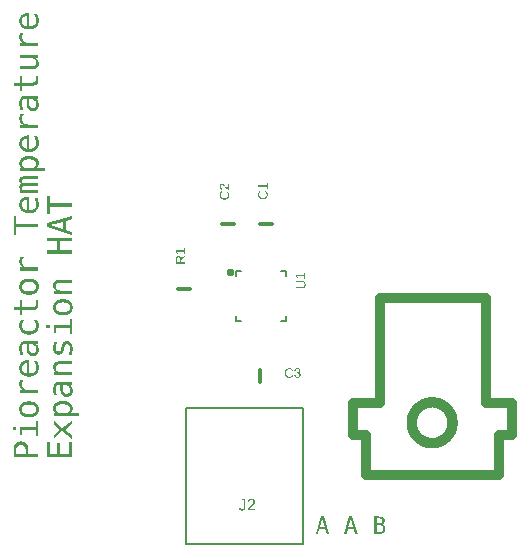
<source format=gbr>
G04 EAGLE Gerber RS-274X export*
G75*
%MOMM*%
%FSLAX34Y34*%
%LPD*%
%INSilkscreen Top*%
%IPPOS*%
%AMOC8*
5,1,8,0,0,1.08239X$1,22.5*%
G01*
G04 Define Apertures*
%ADD10C,0.812800*%
%ADD11C,0.304800*%
%ADD12C,0.127000*%
%ADD13C,0.406400*%
%ADD14C,0.152400*%
G36*
X177983Y322166D02*
X156303Y322166D01*
X156303Y324760D01*
X158309Y324760D01*
X158026Y324928D01*
X157761Y325109D01*
X157514Y325304D01*
X157283Y325512D01*
X157070Y325733D01*
X156874Y325968D01*
X156696Y326216D01*
X156535Y326478D01*
X156392Y326751D01*
X156268Y327035D01*
X156163Y327329D01*
X156077Y327633D01*
X156010Y327947D01*
X155963Y328272D01*
X155934Y328607D01*
X155925Y328953D01*
X155933Y329304D01*
X155959Y329645D01*
X156002Y329977D01*
X156062Y330299D01*
X156140Y330612D01*
X156234Y330915D01*
X156346Y331209D01*
X156475Y331493D01*
X156621Y331767D01*
X156785Y332032D01*
X156965Y332287D01*
X157163Y332532D01*
X157378Y332768D01*
X157610Y332995D01*
X157860Y333212D01*
X158126Y333419D01*
X158408Y333615D01*
X158703Y333799D01*
X159011Y333969D01*
X159333Y334127D01*
X159668Y334273D01*
X160016Y334406D01*
X160377Y334526D01*
X160752Y334634D01*
X161140Y334729D01*
X161541Y334811D01*
X161955Y334880D01*
X162383Y334937D01*
X162824Y334982D01*
X163278Y335013D01*
X163746Y335032D01*
X164226Y335039D01*
X164698Y335032D01*
X165157Y335013D01*
X165604Y334981D01*
X166037Y334937D01*
X166458Y334880D01*
X166866Y334810D01*
X167261Y334727D01*
X167642Y334632D01*
X168012Y334524D01*
X168368Y334403D01*
X168711Y334270D01*
X169042Y334124D01*
X169359Y333965D01*
X169664Y333793D01*
X169956Y333609D01*
X170235Y333412D01*
X170499Y333204D01*
X170746Y332986D01*
X170976Y332760D01*
X171189Y332523D01*
X171385Y332277D01*
X171564Y332022D01*
X171726Y331758D01*
X171870Y331484D01*
X171998Y331200D01*
X172109Y330908D01*
X172203Y330605D01*
X172279Y330294D01*
X172339Y329972D01*
X172381Y329642D01*
X172407Y329302D01*
X172415Y328953D01*
X172406Y328601D01*
X172377Y328260D01*
X172330Y327930D01*
X172263Y327612D01*
X172177Y327304D01*
X172072Y327008D01*
X171948Y326723D01*
X171806Y326450D01*
X171644Y326188D01*
X171466Y325942D01*
X171270Y325709D01*
X171057Y325491D01*
X170827Y325287D01*
X170579Y325097D01*
X170314Y324921D01*
X170032Y324760D01*
X177983Y324760D01*
X177983Y322166D01*
G37*
%LPC*%
G36*
X164170Y324760D02*
X164891Y324775D01*
X165567Y324820D01*
X166199Y324896D01*
X166785Y325002D01*
X167327Y325138D01*
X167825Y325304D01*
X168277Y325501D01*
X168685Y325727D01*
X169047Y325984D01*
X169069Y326003D01*
X169360Y326268D01*
X169625Y326581D01*
X169842Y326923D01*
X170011Y327293D01*
X170132Y327691D01*
X170204Y328118D01*
X170222Y328343D01*
X170228Y328574D01*
X170204Y329026D01*
X170132Y329449D01*
X170013Y329844D01*
X169846Y330209D01*
X169631Y330547D01*
X169368Y330855D01*
X169058Y331135D01*
X168699Y331386D01*
X168294Y331607D01*
X167843Y331800D01*
X167346Y331962D01*
X166803Y332096D01*
X166214Y332199D01*
X165579Y332273D01*
X164897Y332317D01*
X164170Y332332D01*
X163443Y332317D01*
X162762Y332273D01*
X162126Y332199D01*
X161537Y332096D01*
X160994Y331962D01*
X160497Y331800D01*
X160046Y331607D01*
X159641Y331386D01*
X159282Y331135D01*
X158972Y330855D01*
X158709Y330547D01*
X158494Y330209D01*
X158327Y329844D01*
X158208Y329449D01*
X158136Y329026D01*
X158112Y328574D01*
X158118Y328343D01*
X158136Y328118D01*
X158208Y327691D01*
X158328Y327293D01*
X158496Y326923D01*
X158712Y326581D01*
X158976Y326268D01*
X159288Y325984D01*
X159648Y325727D01*
X160054Y325501D01*
X160506Y325304D01*
X161003Y325138D01*
X161546Y325002D01*
X162134Y324896D01*
X162767Y324820D01*
X163446Y324775D01*
X164170Y324760D01*
G37*
%LPD*%
G36*
X206634Y114697D02*
X184954Y114697D01*
X184954Y117291D01*
X186960Y117291D01*
X186677Y117459D01*
X186412Y117640D01*
X186165Y117835D01*
X185934Y118043D01*
X185721Y118264D01*
X185525Y118499D01*
X185347Y118747D01*
X185186Y119009D01*
X185043Y119282D01*
X184919Y119566D01*
X184814Y119860D01*
X184728Y120164D01*
X184662Y120479D01*
X184614Y120803D01*
X184585Y121138D01*
X184576Y121484D01*
X184584Y121835D01*
X184610Y122176D01*
X184653Y122508D01*
X184713Y122831D01*
X184791Y123143D01*
X184885Y123446D01*
X184997Y123740D01*
X185126Y124024D01*
X185272Y124298D01*
X185436Y124563D01*
X185616Y124818D01*
X185814Y125064D01*
X186029Y125300D01*
X186261Y125526D01*
X186511Y125743D01*
X186777Y125950D01*
X187059Y126146D01*
X187354Y126330D01*
X187663Y126501D01*
X187984Y126659D01*
X188319Y126804D01*
X188667Y126937D01*
X189029Y127057D01*
X189403Y127165D01*
X189791Y127260D01*
X190192Y127342D01*
X190607Y127412D01*
X191034Y127469D01*
X191475Y127513D01*
X191929Y127544D01*
X192397Y127563D01*
X192877Y127570D01*
X193349Y127563D01*
X193809Y127544D01*
X194255Y127513D01*
X194688Y127468D01*
X195109Y127411D01*
X195517Y127341D01*
X195912Y127258D01*
X196294Y127163D01*
X196663Y127055D01*
X197019Y126934D01*
X197362Y126801D01*
X197693Y126655D01*
X198011Y126496D01*
X198315Y126324D01*
X198607Y126140D01*
X198886Y125943D01*
X199150Y125735D01*
X199397Y125518D01*
X199627Y125291D01*
X199840Y125054D01*
X200036Y124809D01*
X200215Y124554D01*
X200377Y124289D01*
X200522Y124015D01*
X200649Y123732D01*
X200760Y123439D01*
X200854Y123136D01*
X200930Y122825D01*
X200990Y122504D01*
X201033Y122173D01*
X201058Y121833D01*
X201067Y121484D01*
X201057Y121132D01*
X201029Y120791D01*
X200981Y120461D01*
X200914Y120143D01*
X200828Y119836D01*
X200724Y119540D01*
X200600Y119255D01*
X200457Y118981D01*
X200296Y118720D01*
X200117Y118473D01*
X199921Y118240D01*
X199708Y118022D01*
X199478Y117818D01*
X199230Y117628D01*
X198965Y117452D01*
X198683Y117291D01*
X206634Y117291D01*
X206634Y114697D01*
G37*
%LPC*%
G36*
X192821Y117291D02*
X193542Y117306D01*
X194218Y117352D01*
X194850Y117427D01*
X195437Y117533D01*
X195979Y117669D01*
X196476Y117835D01*
X196929Y118032D01*
X197337Y118259D01*
X197698Y118515D01*
X197720Y118535D01*
X198011Y118799D01*
X198277Y119112D01*
X198494Y119454D01*
X198662Y119824D01*
X198783Y120223D01*
X198855Y120650D01*
X198873Y120874D01*
X198879Y121105D01*
X198855Y121557D01*
X198784Y121980D01*
X198664Y122375D01*
X198497Y122741D01*
X198282Y123078D01*
X198019Y123386D01*
X197709Y123666D01*
X197351Y123917D01*
X196946Y124139D01*
X196494Y124331D01*
X195997Y124494D01*
X195454Y124627D01*
X194865Y124730D01*
X194230Y124804D01*
X193548Y124849D01*
X192821Y124863D01*
X192094Y124849D01*
X191413Y124804D01*
X190778Y124730D01*
X190188Y124627D01*
X189645Y124494D01*
X189148Y124331D01*
X188697Y124139D01*
X188292Y123917D01*
X187934Y123666D01*
X187623Y123386D01*
X187360Y123078D01*
X187146Y122741D01*
X186978Y122375D01*
X186859Y121980D01*
X186787Y121557D01*
X186763Y121105D01*
X186769Y120874D01*
X186787Y120650D01*
X186859Y120223D01*
X186979Y119824D01*
X187147Y119454D01*
X187363Y119112D01*
X187627Y118799D01*
X187939Y118515D01*
X188299Y118259D01*
X188705Y118032D01*
X189157Y117835D01*
X189655Y117669D01*
X190197Y117533D01*
X190785Y117427D01*
X191419Y117352D01*
X192097Y117306D01*
X192821Y117291D01*
G37*
%LPD*%
G36*
X164170Y113954D02*
X163676Y113960D01*
X163197Y113981D01*
X162733Y114014D01*
X162283Y114061D01*
X161848Y114122D01*
X161428Y114196D01*
X161023Y114284D01*
X160633Y114385D01*
X160257Y114499D01*
X159896Y114627D01*
X159550Y114769D01*
X159219Y114924D01*
X158903Y115092D01*
X158601Y115274D01*
X158314Y115470D01*
X158042Y115678D01*
X157786Y115900D01*
X157546Y116134D01*
X157323Y116379D01*
X157116Y116637D01*
X156925Y116907D01*
X156752Y117189D01*
X156595Y117483D01*
X156454Y117789D01*
X156330Y118107D01*
X156222Y118437D01*
X156131Y118779D01*
X156057Y119133D01*
X155999Y119500D01*
X155958Y119878D01*
X155933Y120268D01*
X155925Y120671D01*
X155933Y121073D01*
X155958Y121463D01*
X155999Y121842D01*
X156057Y122208D01*
X156131Y122563D01*
X156222Y122905D01*
X156330Y123236D01*
X156454Y123554D01*
X156595Y123860D01*
X156752Y124155D01*
X156925Y124437D01*
X157116Y124708D01*
X157323Y124966D01*
X157546Y125213D01*
X157786Y125447D01*
X158042Y125670D01*
X158314Y125879D01*
X158601Y126076D01*
X158903Y126258D01*
X159219Y126427D01*
X159550Y126583D01*
X159896Y126725D01*
X160257Y126854D01*
X160633Y126969D01*
X161023Y127070D01*
X161428Y127158D01*
X161848Y127232D01*
X162283Y127293D01*
X162733Y127341D01*
X163197Y127374D01*
X163676Y127395D01*
X164170Y127402D01*
X164666Y127395D01*
X165146Y127375D01*
X165612Y127341D01*
X166063Y127294D01*
X166499Y127233D01*
X166919Y127159D01*
X167325Y127071D01*
X167716Y126970D01*
X168092Y126856D01*
X168453Y126728D01*
X168799Y126586D01*
X169130Y126431D01*
X169446Y126263D01*
X169748Y126081D01*
X170034Y125886D01*
X170305Y125677D01*
X170561Y125455D01*
X170800Y125221D01*
X171022Y124975D01*
X171228Y124717D01*
X171418Y124447D01*
X171591Y124164D01*
X171748Y123870D01*
X171888Y123563D01*
X172012Y123244D01*
X172119Y122913D01*
X172209Y122569D01*
X172284Y122214D01*
X172341Y121846D01*
X172382Y121467D01*
X172407Y121075D01*
X172415Y120671D01*
X172407Y120268D01*
X172382Y119878D01*
X172341Y119500D01*
X172284Y119133D01*
X172209Y118779D01*
X172119Y118437D01*
X172012Y118107D01*
X171888Y117789D01*
X171748Y117483D01*
X171591Y117189D01*
X171418Y116907D01*
X171228Y116637D01*
X171022Y116379D01*
X170800Y116134D01*
X170561Y115900D01*
X170305Y115678D01*
X170034Y115470D01*
X169748Y115274D01*
X169446Y115092D01*
X169130Y114924D01*
X168799Y114769D01*
X168453Y114627D01*
X168092Y114499D01*
X167716Y114385D01*
X167325Y114284D01*
X166919Y114196D01*
X166499Y114122D01*
X166063Y114061D01*
X165612Y114014D01*
X165146Y113981D01*
X164666Y113960D01*
X164170Y113954D01*
G37*
%LPC*%
G36*
X164170Y116688D02*
X164894Y116704D01*
X165573Y116751D01*
X166206Y116830D01*
X166794Y116940D01*
X167337Y117082D01*
X167834Y117256D01*
X168286Y117461D01*
X168692Y117698D01*
X169052Y117965D01*
X169364Y118262D01*
X169628Y118589D01*
X169844Y118946D01*
X170012Y119332D01*
X170132Y119749D01*
X170204Y120195D01*
X170222Y120429D01*
X170228Y120671D01*
X170222Y120914D01*
X170204Y121150D01*
X170132Y121599D01*
X170012Y122017D01*
X169844Y122406D01*
X169628Y122764D01*
X169364Y123092D01*
X169052Y123390D01*
X168692Y123657D01*
X168286Y123894D01*
X167834Y124099D01*
X167337Y124273D01*
X166794Y124415D01*
X166206Y124525D01*
X165573Y124604D01*
X164894Y124651D01*
X164170Y124667D01*
X163443Y124651D01*
X162762Y124604D01*
X162126Y124525D01*
X161537Y124415D01*
X160994Y124273D01*
X160497Y124099D01*
X160046Y123894D01*
X159641Y123657D01*
X159282Y123390D01*
X158972Y123092D01*
X158709Y122764D01*
X158494Y122406D01*
X158327Y122017D01*
X158208Y121599D01*
X158136Y121150D01*
X158118Y120914D01*
X158112Y120671D01*
X158118Y120429D01*
X158136Y120195D01*
X158208Y119749D01*
X158327Y119332D01*
X158494Y118946D01*
X158709Y118589D01*
X158972Y118262D01*
X159282Y117965D01*
X159641Y117698D01*
X160046Y117461D01*
X160497Y117256D01*
X160994Y117082D01*
X161537Y116940D01*
X162126Y116830D01*
X162762Y116751D01*
X163443Y116704D01*
X164170Y116688D01*
G37*
%LPD*%
G36*
X164170Y217704D02*
X163676Y217710D01*
X163197Y217731D01*
X162733Y217764D01*
X162283Y217811D01*
X161848Y217872D01*
X161428Y217946D01*
X161023Y218034D01*
X160633Y218135D01*
X160257Y218249D01*
X159896Y218377D01*
X159550Y218519D01*
X159219Y218674D01*
X158903Y218842D01*
X158601Y219024D01*
X158314Y219220D01*
X158042Y219428D01*
X157786Y219650D01*
X157546Y219884D01*
X157323Y220129D01*
X157116Y220387D01*
X156925Y220657D01*
X156752Y220939D01*
X156595Y221233D01*
X156454Y221539D01*
X156330Y221857D01*
X156222Y222187D01*
X156131Y222529D01*
X156057Y222883D01*
X155999Y223250D01*
X155958Y223628D01*
X155933Y224018D01*
X155925Y224421D01*
X155933Y224823D01*
X155958Y225213D01*
X155999Y225592D01*
X156057Y225958D01*
X156131Y226313D01*
X156222Y226655D01*
X156330Y226986D01*
X156454Y227304D01*
X156595Y227610D01*
X156752Y227905D01*
X156925Y228187D01*
X157116Y228458D01*
X157323Y228716D01*
X157546Y228963D01*
X157786Y229197D01*
X158042Y229420D01*
X158314Y229629D01*
X158601Y229826D01*
X158903Y230008D01*
X159219Y230177D01*
X159550Y230333D01*
X159896Y230475D01*
X160257Y230604D01*
X160633Y230719D01*
X161023Y230820D01*
X161428Y230908D01*
X161848Y230982D01*
X162283Y231043D01*
X162733Y231091D01*
X163197Y231124D01*
X163676Y231145D01*
X164170Y231152D01*
X164666Y231145D01*
X165146Y231125D01*
X165612Y231091D01*
X166063Y231044D01*
X166499Y230983D01*
X166919Y230909D01*
X167325Y230821D01*
X167716Y230720D01*
X168092Y230606D01*
X168453Y230478D01*
X168799Y230336D01*
X169130Y230181D01*
X169446Y230013D01*
X169748Y229831D01*
X170034Y229636D01*
X170305Y229427D01*
X170561Y229205D01*
X170800Y228971D01*
X171022Y228725D01*
X171228Y228467D01*
X171418Y228197D01*
X171591Y227914D01*
X171748Y227620D01*
X171888Y227313D01*
X172012Y226994D01*
X172119Y226663D01*
X172209Y226319D01*
X172284Y225964D01*
X172341Y225596D01*
X172382Y225217D01*
X172407Y224825D01*
X172415Y224421D01*
X172407Y224018D01*
X172382Y223628D01*
X172341Y223250D01*
X172284Y222883D01*
X172209Y222529D01*
X172119Y222187D01*
X172012Y221857D01*
X171888Y221539D01*
X171748Y221233D01*
X171591Y220939D01*
X171418Y220657D01*
X171228Y220387D01*
X171022Y220129D01*
X170800Y219884D01*
X170561Y219650D01*
X170305Y219428D01*
X170034Y219220D01*
X169748Y219024D01*
X169446Y218842D01*
X169130Y218674D01*
X168799Y218519D01*
X168453Y218377D01*
X168092Y218249D01*
X167716Y218135D01*
X167325Y218034D01*
X166919Y217946D01*
X166499Y217872D01*
X166063Y217811D01*
X165612Y217764D01*
X165146Y217731D01*
X164666Y217710D01*
X164170Y217704D01*
G37*
%LPC*%
G36*
X164170Y220438D02*
X164894Y220454D01*
X165573Y220501D01*
X166206Y220580D01*
X166794Y220690D01*
X167337Y220832D01*
X167834Y221006D01*
X168286Y221211D01*
X168692Y221448D01*
X169052Y221715D01*
X169364Y222012D01*
X169628Y222339D01*
X169844Y222696D01*
X170012Y223082D01*
X170132Y223499D01*
X170204Y223945D01*
X170222Y224179D01*
X170228Y224421D01*
X170222Y224664D01*
X170204Y224900D01*
X170132Y225349D01*
X170012Y225767D01*
X169844Y226156D01*
X169628Y226514D01*
X169364Y226842D01*
X169052Y227140D01*
X168692Y227407D01*
X168286Y227644D01*
X167834Y227849D01*
X167337Y228023D01*
X166794Y228165D01*
X166206Y228275D01*
X165573Y228354D01*
X164894Y228401D01*
X164170Y228417D01*
X163443Y228401D01*
X162762Y228354D01*
X162126Y228275D01*
X161537Y228165D01*
X160994Y228023D01*
X160497Y227849D01*
X160046Y227644D01*
X159641Y227407D01*
X159282Y227140D01*
X158972Y226842D01*
X158709Y226514D01*
X158494Y226156D01*
X158327Y225767D01*
X158208Y225349D01*
X158136Y224900D01*
X158118Y224664D01*
X158112Y224421D01*
X158118Y224179D01*
X158136Y223945D01*
X158208Y223499D01*
X158327Y223082D01*
X158494Y222696D01*
X158709Y222339D01*
X158972Y222012D01*
X159282Y221715D01*
X159641Y221448D01*
X160046Y221211D01*
X160497Y221006D01*
X160994Y220832D01*
X161537Y220690D01*
X162126Y220580D01*
X162762Y220501D01*
X163443Y220454D01*
X164170Y220438D01*
G37*
%LPD*%
G36*
X192821Y200391D02*
X192327Y200398D01*
X191848Y200418D01*
X191384Y200452D01*
X190934Y200499D01*
X190500Y200560D01*
X190080Y200634D01*
X189674Y200721D01*
X189284Y200822D01*
X188908Y200937D01*
X188548Y201065D01*
X188202Y201206D01*
X187870Y201361D01*
X187554Y201530D01*
X187252Y201712D01*
X186965Y201907D01*
X186693Y202116D01*
X186437Y202338D01*
X186197Y202571D01*
X185974Y202817D01*
X185767Y203075D01*
X185577Y203345D01*
X185403Y203626D01*
X185246Y203920D01*
X185105Y204226D01*
X184981Y204544D01*
X184874Y204874D01*
X184783Y205217D01*
X184708Y205571D01*
X184650Y205937D01*
X184609Y206315D01*
X184584Y206706D01*
X184576Y207108D01*
X184584Y207510D01*
X184609Y207901D01*
X184650Y208279D01*
X184708Y208646D01*
X184783Y209000D01*
X184874Y209343D01*
X184981Y209673D01*
X185105Y209992D01*
X185246Y210298D01*
X185403Y210592D01*
X185577Y210875D01*
X185767Y211145D01*
X185974Y211404D01*
X186197Y211650D01*
X186437Y211885D01*
X186693Y212107D01*
X186965Y212317D01*
X187252Y212513D01*
X187554Y212696D01*
X187870Y212865D01*
X188202Y213020D01*
X188548Y213163D01*
X188908Y213291D01*
X189284Y213406D01*
X189674Y213508D01*
X190080Y213595D01*
X190500Y213670D01*
X190934Y213731D01*
X191384Y213778D01*
X191848Y213812D01*
X192327Y213832D01*
X192821Y213839D01*
X193317Y213832D01*
X193798Y213812D01*
X194263Y213778D01*
X194714Y213731D01*
X195150Y213671D01*
X195571Y213596D01*
X195976Y213509D01*
X196367Y213408D01*
X196743Y213293D01*
X197104Y213165D01*
X197450Y213024D01*
X197781Y212869D01*
X198098Y212700D01*
X198399Y212518D01*
X198685Y212323D01*
X198956Y212114D01*
X199212Y211893D01*
X199451Y211659D01*
X199673Y211413D01*
X199880Y211155D01*
X200069Y210884D01*
X200242Y210602D01*
X200399Y210307D01*
X200539Y210000D01*
X200663Y209681D01*
X200770Y209350D01*
X200861Y209007D01*
X200935Y208651D01*
X200992Y208284D01*
X201034Y207904D01*
X201058Y207512D01*
X201067Y207108D01*
X201058Y206706D01*
X201034Y206315D01*
X200992Y205937D01*
X200935Y205571D01*
X200861Y205217D01*
X200770Y204874D01*
X200663Y204544D01*
X200539Y204226D01*
X200399Y203920D01*
X200242Y203626D01*
X200069Y203345D01*
X199880Y203075D01*
X199673Y202817D01*
X199451Y202571D01*
X199212Y202338D01*
X198956Y202116D01*
X198685Y201907D01*
X198399Y201712D01*
X198098Y201530D01*
X197781Y201361D01*
X197450Y201206D01*
X197104Y201065D01*
X196743Y200937D01*
X196367Y200822D01*
X195976Y200721D01*
X195571Y200634D01*
X195150Y200560D01*
X194714Y200499D01*
X194263Y200452D01*
X193798Y200418D01*
X193317Y200398D01*
X192821Y200391D01*
G37*
%LPC*%
G36*
X192821Y203126D02*
X193545Y203141D01*
X194224Y203189D01*
X194857Y203268D01*
X195445Y203378D01*
X195988Y203520D01*
X196485Y203694D01*
X196937Y203899D01*
X197344Y204135D01*
X197704Y204403D01*
X198015Y204700D01*
X198279Y205027D01*
X198495Y205383D01*
X198663Y205770D01*
X198783Y206186D01*
X198855Y206632D01*
X198873Y206866D01*
X198879Y207108D01*
X198873Y207351D01*
X198855Y207587D01*
X198783Y208036D01*
X198663Y208455D01*
X198495Y208843D01*
X198279Y209202D01*
X198015Y209530D01*
X197704Y209827D01*
X197344Y210095D01*
X196937Y210332D01*
X196485Y210537D01*
X195988Y210710D01*
X195445Y210852D01*
X194857Y210963D01*
X194224Y211041D01*
X193545Y211089D01*
X192821Y211105D01*
X192094Y211089D01*
X191413Y211041D01*
X190778Y210963D01*
X190188Y210852D01*
X189645Y210710D01*
X189148Y210537D01*
X188697Y210332D01*
X188292Y210095D01*
X187934Y209827D01*
X187623Y209530D01*
X187360Y209202D01*
X187146Y208843D01*
X186978Y208455D01*
X186859Y208036D01*
X186787Y207587D01*
X186769Y207351D01*
X186763Y207108D01*
X186769Y206866D01*
X186787Y206632D01*
X186859Y206186D01*
X186978Y205770D01*
X187146Y205383D01*
X187360Y205027D01*
X187623Y204700D01*
X187934Y204403D01*
X188292Y204135D01*
X188697Y203899D01*
X189148Y203694D01*
X189645Y203520D01*
X190188Y203378D01*
X190778Y203268D01*
X191413Y203189D01*
X192094Y203141D01*
X192821Y203126D01*
G37*
%LPD*%
G36*
X172009Y80232D02*
X151073Y80232D01*
X151073Y86346D01*
X151079Y86778D01*
X151098Y87196D01*
X151129Y87601D01*
X151172Y87993D01*
X151228Y88372D01*
X151297Y88737D01*
X151377Y89089D01*
X151471Y89428D01*
X151576Y89754D01*
X151694Y90066D01*
X151825Y90365D01*
X151968Y90651D01*
X152123Y90923D01*
X152291Y91182D01*
X152472Y91428D01*
X152664Y91661D01*
X152869Y91880D01*
X153085Y92085D01*
X153313Y92276D01*
X153553Y92453D01*
X153804Y92615D01*
X154066Y92763D01*
X154340Y92898D01*
X154626Y93018D01*
X154923Y93124D01*
X155232Y93216D01*
X155552Y93293D01*
X155884Y93357D01*
X156227Y93406D01*
X156582Y93442D01*
X156949Y93463D01*
X157327Y93470D01*
X157708Y93463D01*
X158078Y93442D01*
X158436Y93407D01*
X158782Y93357D01*
X159116Y93294D01*
X159438Y93217D01*
X159749Y93125D01*
X160047Y93020D01*
X160334Y92900D01*
X160609Y92766D01*
X160872Y92618D01*
X161124Y92456D01*
X161363Y92280D01*
X161591Y92090D01*
X161807Y91886D01*
X162011Y91668D01*
X162202Y91436D01*
X162382Y91191D01*
X162549Y90932D01*
X162704Y90660D01*
X162846Y90374D01*
X162976Y90075D01*
X163094Y89763D01*
X163199Y89437D01*
X163292Y89097D01*
X163372Y88745D01*
X163440Y88379D01*
X163496Y87999D01*
X163539Y87606D01*
X163570Y87200D01*
X163589Y86780D01*
X163595Y86346D01*
X163595Y83065D01*
X172009Y83065D01*
X172009Y80232D01*
G37*
%LPC*%
G36*
X161267Y83065D02*
X161267Y86346D01*
X161251Y86824D01*
X161203Y87274D01*
X161121Y87698D01*
X161008Y88094D01*
X160862Y88464D01*
X160684Y88806D01*
X160473Y89122D01*
X160230Y89410D01*
X159957Y89668D01*
X159659Y89892D01*
X159335Y90081D01*
X158985Y90236D01*
X158609Y90356D01*
X158208Y90442D01*
X157780Y90494D01*
X157327Y90511D01*
X156874Y90494D01*
X156447Y90443D01*
X156045Y90357D01*
X155670Y90238D01*
X155322Y90084D01*
X154999Y89896D01*
X154702Y89674D01*
X154431Y89417D01*
X154190Y89130D01*
X153980Y88815D01*
X153803Y88473D01*
X153658Y88103D01*
X153545Y87705D01*
X153465Y87280D01*
X153417Y86827D01*
X153401Y86346D01*
X153401Y83065D01*
X161267Y83065D01*
G37*
%LPD*%
G36*
X200660Y268176D02*
X179724Y274585D01*
X179724Y278020D01*
X200660Y284429D01*
X200660Y281498D01*
X195205Y279956D01*
X195205Y272622D01*
X200660Y271107D01*
X200660Y268176D01*
G37*
%LPC*%
G36*
X192933Y273309D02*
X192933Y279282D01*
X182220Y276296D01*
X192933Y273309D01*
G37*
%LPD*%
G36*
X167437Y165773D02*
X167115Y165779D01*
X166802Y165800D01*
X166498Y165834D01*
X166205Y165883D01*
X165922Y165944D01*
X165648Y166020D01*
X165384Y166109D01*
X165131Y166213D01*
X164887Y166329D01*
X164653Y166460D01*
X164428Y166604D01*
X164214Y166762D01*
X164009Y166934D01*
X163815Y167120D01*
X163455Y167532D01*
X163136Y167998D01*
X162860Y168515D01*
X162626Y169084D01*
X162435Y169704D01*
X162286Y170376D01*
X162180Y171099D01*
X162116Y171874D01*
X162095Y172700D01*
X162095Y176163D01*
X161688Y176163D01*
X161234Y176145D01*
X160813Y176099D01*
X160424Y176023D01*
X160067Y175918D01*
X159742Y175784D01*
X159449Y175622D01*
X159189Y175430D01*
X158961Y175210D01*
X158762Y174957D01*
X158589Y174670D01*
X158444Y174347D01*
X158324Y173990D01*
X158232Y173597D01*
X158165Y173170D01*
X158125Y172707D01*
X158112Y172209D01*
X158136Y171548D01*
X158207Y170884D01*
X158325Y170216D01*
X158491Y169545D01*
X158702Y168876D01*
X158957Y168216D01*
X159256Y167565D01*
X159599Y166922D01*
X157018Y166922D01*
X156762Y167630D01*
X156540Y168323D01*
X156352Y169001D01*
X156198Y169664D01*
X156078Y170315D01*
X155993Y170956D01*
X155942Y171587D01*
X155925Y172209D01*
X155934Y172687D01*
X155961Y173148D01*
X156006Y173591D01*
X156068Y174016D01*
X156149Y174424D01*
X156248Y174813D01*
X156365Y175185D01*
X156500Y175539D01*
X156652Y175877D01*
X156823Y176197D01*
X157012Y176501D01*
X157218Y176789D01*
X157443Y177061D01*
X157685Y177316D01*
X157946Y177554D01*
X158224Y177776D01*
X158596Y178023D01*
X159008Y178232D01*
X159461Y178402D01*
X159956Y178533D01*
X160536Y178631D01*
X161245Y178702D01*
X162082Y178744D01*
X163048Y178758D01*
X172009Y178758D01*
X172009Y176163D01*
X169681Y176163D01*
X170020Y175950D01*
X170336Y175723D01*
X170629Y175483D01*
X170899Y175229D01*
X171146Y174962D01*
X171370Y174682D01*
X171571Y174388D01*
X171749Y174081D01*
X171906Y173759D01*
X172041Y173420D01*
X172155Y173064D01*
X172249Y172691D01*
X172322Y172301D01*
X172374Y171895D01*
X172405Y171471D01*
X172415Y171031D01*
X172394Y170447D01*
X172331Y169893D01*
X172225Y169369D01*
X172077Y168875D01*
X171887Y168412D01*
X171654Y167979D01*
X171379Y167576D01*
X171062Y167203D01*
X170710Y166868D01*
X170328Y166577D01*
X169918Y166331D01*
X169479Y166130D01*
X169012Y165974D01*
X168516Y165862D01*
X167991Y165795D01*
X167437Y165773D01*
G37*
%LPC*%
G36*
X167269Y168353D02*
X167613Y168366D01*
X167938Y168406D01*
X168243Y168473D01*
X168528Y168567D01*
X168793Y168687D01*
X169039Y168834D01*
X169265Y169008D01*
X169471Y169208D01*
X169655Y169432D01*
X169814Y169677D01*
X169949Y169942D01*
X170060Y170228D01*
X170146Y170535D01*
X170207Y170862D01*
X170244Y171210D01*
X170256Y171578D01*
X170233Y172097D01*
X170164Y172587D01*
X170048Y173048D01*
X169886Y173482D01*
X169678Y173886D01*
X169424Y174262D01*
X169123Y174610D01*
X168777Y174929D01*
X168389Y175216D01*
X167966Y175464D01*
X167508Y175675D01*
X167015Y175848D01*
X166486Y175983D01*
X165922Y176081D01*
X165323Y176141D01*
X164689Y176163D01*
X164114Y176163D01*
X164114Y172896D01*
X164126Y172349D01*
X164164Y171837D01*
X164225Y171360D01*
X164312Y170917D01*
X164423Y170510D01*
X164560Y170137D01*
X164721Y169799D01*
X164906Y169496D01*
X165117Y169228D01*
X165351Y168996D01*
X165610Y168799D01*
X165893Y168638D01*
X166201Y168513D01*
X166532Y168424D01*
X166889Y168371D01*
X167269Y168353D01*
G37*
%LPD*%
G36*
X167437Y373241D02*
X167115Y373248D01*
X166802Y373269D01*
X166498Y373303D01*
X166205Y373351D01*
X165922Y373413D01*
X165648Y373489D01*
X165384Y373578D01*
X165131Y373681D01*
X164887Y373798D01*
X164653Y373929D01*
X164428Y374073D01*
X164214Y374231D01*
X164009Y374403D01*
X163815Y374589D01*
X163455Y375001D01*
X163136Y375467D01*
X162860Y375984D01*
X162626Y376553D01*
X162435Y377173D01*
X162286Y377845D01*
X162180Y378568D01*
X162116Y379342D01*
X162095Y380169D01*
X162095Y383632D01*
X161688Y383632D01*
X161234Y383614D01*
X160813Y383567D01*
X160424Y383492D01*
X160067Y383387D01*
X159742Y383253D01*
X159449Y383091D01*
X159189Y382899D01*
X158961Y382679D01*
X158762Y382426D01*
X158589Y382139D01*
X158444Y381816D01*
X158324Y381459D01*
X158232Y381066D01*
X158165Y380638D01*
X158125Y380176D01*
X158112Y379678D01*
X158136Y379017D01*
X158207Y378353D01*
X158325Y377685D01*
X158491Y377013D01*
X158702Y376345D01*
X158957Y375685D01*
X159256Y375034D01*
X159599Y374391D01*
X157018Y374391D01*
X156762Y375099D01*
X156540Y375792D01*
X156352Y376470D01*
X156198Y377133D01*
X156078Y377783D01*
X155993Y378424D01*
X155942Y379056D01*
X155925Y379678D01*
X155934Y380156D01*
X155961Y380617D01*
X156006Y381060D01*
X156068Y381485D01*
X156149Y381892D01*
X156248Y382282D01*
X156365Y382654D01*
X156500Y383008D01*
X156652Y383345D01*
X156823Y383666D01*
X157012Y383970D01*
X157218Y384258D01*
X157443Y384529D01*
X157685Y384784D01*
X157946Y385023D01*
X158224Y385245D01*
X158596Y385492D01*
X159008Y385701D01*
X159461Y385871D01*
X159956Y386002D01*
X160536Y386100D01*
X161245Y386170D01*
X162082Y386212D01*
X163048Y386226D01*
X172009Y386226D01*
X172009Y383632D01*
X169681Y383632D01*
X170020Y383419D01*
X170336Y383192D01*
X170629Y382952D01*
X170899Y382698D01*
X171146Y382431D01*
X171370Y382151D01*
X171571Y381857D01*
X171749Y381550D01*
X171906Y381228D01*
X172041Y380889D01*
X172155Y380533D01*
X172249Y380160D01*
X172322Y379770D01*
X172374Y379364D01*
X172405Y378940D01*
X172415Y378500D01*
X172394Y377915D01*
X172331Y377361D01*
X172225Y376837D01*
X172077Y376344D01*
X171887Y375880D01*
X171654Y375447D01*
X171379Y375044D01*
X171062Y374672D01*
X170710Y374336D01*
X170328Y374046D01*
X169918Y373800D01*
X169479Y373599D01*
X169012Y373442D01*
X168516Y373331D01*
X167991Y373264D01*
X167437Y373241D01*
G37*
%LPC*%
G36*
X167269Y375821D02*
X167613Y375835D01*
X167938Y375875D01*
X168243Y375942D01*
X168528Y376035D01*
X168793Y376156D01*
X169039Y376303D01*
X169265Y376476D01*
X169471Y376677D01*
X169655Y376901D01*
X169814Y377146D01*
X169949Y377411D01*
X170060Y377697D01*
X170146Y378004D01*
X170207Y378331D01*
X170244Y378678D01*
X170256Y379047D01*
X170233Y379565D01*
X170164Y380056D01*
X170048Y380517D01*
X169886Y380950D01*
X169678Y381355D01*
X169424Y381731D01*
X169123Y382079D01*
X168777Y382398D01*
X168389Y382684D01*
X167966Y382933D01*
X167508Y383144D01*
X167015Y383317D01*
X166486Y383452D01*
X165922Y383550D01*
X165323Y383610D01*
X164689Y383632D01*
X164114Y383632D01*
X164114Y380365D01*
X164126Y379818D01*
X164164Y379306D01*
X164225Y378828D01*
X164312Y378386D01*
X164423Y377978D01*
X164560Y377605D01*
X164721Y377267D01*
X164906Y376964D01*
X165117Y376696D01*
X165351Y376464D01*
X165610Y376268D01*
X165893Y376107D01*
X166201Y375982D01*
X166532Y375893D01*
X166889Y375839D01*
X167269Y375821D01*
G37*
%LPD*%
G36*
X196089Y131179D02*
X195766Y131186D01*
X195453Y131206D01*
X195150Y131241D01*
X194856Y131289D01*
X194573Y131351D01*
X194299Y131426D01*
X194036Y131516D01*
X193782Y131619D01*
X193538Y131736D01*
X193304Y131866D01*
X193079Y132011D01*
X192865Y132169D01*
X192661Y132341D01*
X192466Y132526D01*
X192106Y132939D01*
X191787Y133404D01*
X191511Y133922D01*
X191277Y134490D01*
X191086Y135110D01*
X190937Y135782D01*
X190831Y136505D01*
X190767Y137280D01*
X190746Y138106D01*
X190746Y141570D01*
X190339Y141570D01*
X189886Y141552D01*
X189464Y141505D01*
X189075Y141429D01*
X188718Y141324D01*
X188393Y141191D01*
X188100Y141028D01*
X187840Y140837D01*
X187612Y140616D01*
X187413Y140364D01*
X187241Y140076D01*
X187095Y139754D01*
X186976Y139396D01*
X186883Y139004D01*
X186816Y138576D01*
X186777Y138113D01*
X186763Y137615D01*
X186787Y136954D01*
X186858Y136290D01*
X186976Y135622D01*
X187142Y134951D01*
X187353Y134282D01*
X187608Y133622D01*
X187907Y132971D01*
X188250Y132329D01*
X185670Y132329D01*
X185413Y133036D01*
X185191Y133729D01*
X185003Y134407D01*
X184849Y135070D01*
X184730Y135721D01*
X184644Y136362D01*
X184593Y136993D01*
X184576Y137615D01*
X184585Y138094D01*
X184612Y138554D01*
X184657Y138997D01*
X184720Y139422D01*
X184800Y139830D01*
X184899Y140220D01*
X185016Y140591D01*
X185151Y140946D01*
X185304Y141283D01*
X185474Y141603D01*
X185663Y141908D01*
X185869Y142195D01*
X186094Y142467D01*
X186337Y142722D01*
X186597Y142960D01*
X186876Y143182D01*
X187247Y143429D01*
X187659Y143638D01*
X188113Y143808D01*
X188607Y143940D01*
X189187Y144038D01*
X189896Y144108D01*
X190733Y144150D01*
X191699Y144164D01*
X200660Y144164D01*
X200660Y141570D01*
X198332Y141570D01*
X198671Y141356D01*
X198987Y141129D01*
X199280Y140889D01*
X199550Y140635D01*
X199798Y140368D01*
X200022Y140088D01*
X200223Y139794D01*
X200401Y139487D01*
X200557Y139165D01*
X200692Y138826D01*
X200806Y138470D01*
X200900Y138097D01*
X200973Y137708D01*
X201025Y137301D01*
X201056Y136878D01*
X201067Y136437D01*
X201046Y135853D01*
X200982Y135299D01*
X200876Y134775D01*
X200728Y134281D01*
X200538Y133818D01*
X200306Y133385D01*
X200031Y132982D01*
X199713Y132609D01*
X199361Y132274D01*
X198979Y131983D01*
X198569Y131738D01*
X198131Y131536D01*
X197663Y131380D01*
X197167Y131268D01*
X196642Y131201D01*
X196089Y131179D01*
G37*
%LPC*%
G36*
X195920Y133759D02*
X196265Y133772D01*
X196589Y133812D01*
X196894Y133879D01*
X197179Y133973D01*
X197444Y134093D01*
X197690Y134240D01*
X197916Y134414D01*
X198122Y134614D01*
X198306Y134839D01*
X198465Y135083D01*
X198600Y135349D01*
X198711Y135635D01*
X198797Y135941D01*
X198858Y136268D01*
X198895Y136616D01*
X198907Y136984D01*
X198884Y137503D01*
X198815Y137993D01*
X198699Y138455D01*
X198537Y138888D01*
X198329Y139293D01*
X198075Y139669D01*
X197775Y140016D01*
X197428Y140336D01*
X197040Y140622D01*
X196618Y140870D01*
X196159Y141081D01*
X195666Y141254D01*
X195138Y141390D01*
X194574Y141487D01*
X193975Y141547D01*
X193340Y141570D01*
X192765Y141570D01*
X192765Y138302D01*
X192778Y137755D01*
X192815Y137243D01*
X192877Y136766D01*
X192963Y136323D01*
X193075Y135916D01*
X193211Y135543D01*
X193372Y135205D01*
X193557Y134902D01*
X193768Y134634D01*
X194002Y134402D01*
X194261Y134205D01*
X194544Y134045D01*
X194852Y133920D01*
X195184Y133830D01*
X195540Y133777D01*
X195920Y133759D01*
G37*
%LPD*%
G36*
X200660Y252266D02*
X179724Y252266D01*
X179724Y255113D01*
X187745Y255113D01*
X187745Y262867D01*
X179724Y262867D01*
X179724Y265714D01*
X200660Y265714D01*
X200660Y262867D01*
X190129Y262867D01*
X190129Y255113D01*
X200660Y255113D01*
X200660Y252266D01*
G37*
G36*
X164170Y148351D02*
X163706Y148359D01*
X163254Y148383D01*
X162814Y148422D01*
X162386Y148477D01*
X161969Y148548D01*
X161564Y148635D01*
X161172Y148738D01*
X160791Y148856D01*
X160421Y148990D01*
X160064Y149140D01*
X159718Y149305D01*
X159385Y149487D01*
X159063Y149684D01*
X158753Y149897D01*
X158455Y150126D01*
X158168Y150370D01*
X157897Y150628D01*
X157642Y150896D01*
X157406Y151175D01*
X157187Y151464D01*
X156985Y151764D01*
X156801Y152074D01*
X156635Y152395D01*
X156486Y152726D01*
X156354Y153068D01*
X156240Y153420D01*
X156144Y153783D01*
X156065Y154157D01*
X156004Y154540D01*
X155960Y154935D01*
X155933Y155340D01*
X155925Y155755D01*
X155933Y156125D01*
X155956Y156486D01*
X155996Y156836D01*
X156052Y157176D01*
X156123Y157507D01*
X156211Y157827D01*
X156314Y158138D01*
X156433Y158439D01*
X156568Y158730D01*
X156719Y159010D01*
X156886Y159281D01*
X157068Y159543D01*
X157267Y159794D01*
X157481Y160035D01*
X157712Y160266D01*
X157958Y160488D01*
X158479Y160895D01*
X159027Y161252D01*
X159601Y161559D01*
X160202Y161815D01*
X160828Y162020D01*
X161481Y162174D01*
X161818Y162233D01*
X162160Y162278D01*
X162510Y162311D01*
X162866Y162332D01*
X164128Y162332D01*
X164128Y151156D01*
X164212Y151156D01*
X164987Y151150D01*
X165705Y151190D01*
X166366Y151276D01*
X166676Y151335D01*
X166971Y151406D01*
X167252Y151489D01*
X167520Y151582D01*
X167773Y151687D01*
X168011Y151804D01*
X168236Y151931D01*
X168447Y152071D01*
X168643Y152221D01*
X168826Y152383D01*
X169154Y152735D01*
X169439Y153121D01*
X169680Y153542D01*
X169877Y153997D01*
X170031Y154487D01*
X170140Y155011D01*
X170206Y155569D01*
X170228Y156162D01*
X170203Y156786D01*
X170130Y157424D01*
X170007Y158076D01*
X169835Y158742D01*
X169614Y159426D01*
X169341Y160134D01*
X169018Y160864D01*
X168643Y161617D01*
X171210Y161617D01*
X171492Y160887D01*
X171737Y160171D01*
X171944Y159467D01*
X172114Y158777D01*
X172246Y158099D01*
X172340Y157433D01*
X172397Y156777D01*
X172415Y156134D01*
X172407Y155682D01*
X172381Y155244D01*
X172338Y154817D01*
X172278Y154404D01*
X172201Y154002D01*
X172107Y153614D01*
X171995Y153237D01*
X171867Y152873D01*
X171721Y152522D01*
X171558Y152183D01*
X171378Y151857D01*
X171181Y151543D01*
X170967Y151242D01*
X170735Y150953D01*
X170487Y150676D01*
X170221Y150412D01*
X169940Y150163D01*
X169646Y149929D01*
X169340Y149712D01*
X169020Y149511D01*
X168687Y149325D01*
X168341Y149156D01*
X167983Y149003D01*
X167611Y148866D01*
X167226Y148746D01*
X166829Y148641D01*
X166418Y148552D01*
X165994Y148480D01*
X165558Y148424D01*
X165108Y148383D01*
X164646Y148359D01*
X164170Y148351D01*
G37*
%LPC*%
G36*
X162123Y151254D02*
X162109Y159752D01*
X161709Y159696D01*
X161323Y159614D01*
X160951Y159506D01*
X160593Y159371D01*
X160248Y159210D01*
X159917Y159022D01*
X159600Y158808D01*
X159297Y158567D01*
X159019Y158299D01*
X158779Y158003D01*
X158575Y157679D01*
X158408Y157327D01*
X158279Y156948D01*
X158186Y156541D01*
X158131Y156106D01*
X158112Y155643D01*
X158132Y155187D01*
X158189Y154752D01*
X158286Y154337D01*
X158421Y153943D01*
X158594Y153569D01*
X158806Y153216D01*
X159057Y152884D01*
X159346Y152572D01*
X159660Y152288D01*
X159983Y152037D01*
X160315Y151821D01*
X160657Y151639D01*
X161009Y151492D01*
X161371Y151378D01*
X161742Y151299D01*
X162123Y151254D01*
G37*
%LPD*%
G36*
X164170Y286664D02*
X163706Y286671D01*
X163254Y286695D01*
X162814Y286735D01*
X162386Y286790D01*
X161969Y286861D01*
X161564Y286948D01*
X161172Y287050D01*
X160791Y287168D01*
X160421Y287302D01*
X160064Y287452D01*
X159718Y287618D01*
X159385Y287799D01*
X159063Y287997D01*
X158753Y288210D01*
X158455Y288438D01*
X158168Y288683D01*
X157897Y288941D01*
X157642Y289209D01*
X157406Y289487D01*
X157187Y289777D01*
X156985Y290076D01*
X156801Y290387D01*
X156635Y290707D01*
X156486Y291039D01*
X156354Y291380D01*
X156240Y291733D01*
X156144Y292096D01*
X156065Y292469D01*
X156004Y292853D01*
X155960Y293247D01*
X155933Y293652D01*
X155925Y294068D01*
X155933Y294438D01*
X155956Y294798D01*
X155996Y295148D01*
X156052Y295489D01*
X156123Y295819D01*
X156211Y296140D01*
X156314Y296450D01*
X156433Y296751D01*
X156568Y297042D01*
X156719Y297323D01*
X156886Y297594D01*
X157068Y297855D01*
X157267Y298106D01*
X157481Y298348D01*
X157712Y298579D01*
X157958Y298800D01*
X158479Y299208D01*
X159027Y299565D01*
X159601Y299871D01*
X160202Y300127D01*
X160828Y300332D01*
X161481Y300487D01*
X161818Y300545D01*
X162160Y300591D01*
X162510Y300624D01*
X162866Y300644D01*
X164128Y300644D01*
X164128Y289468D01*
X164212Y289468D01*
X164987Y289463D01*
X165705Y289503D01*
X166366Y289588D01*
X166676Y289648D01*
X166971Y289719D01*
X167252Y289801D01*
X167520Y289895D01*
X167773Y290000D01*
X168011Y290116D01*
X168236Y290244D01*
X168447Y290383D01*
X168643Y290533D01*
X168826Y290695D01*
X169154Y291047D01*
X169439Y291434D01*
X169680Y291854D01*
X169877Y292309D01*
X170031Y292799D01*
X170140Y293323D01*
X170206Y293881D01*
X170228Y294474D01*
X170203Y295098D01*
X170130Y295736D01*
X170007Y296388D01*
X169835Y297054D01*
X169614Y297739D01*
X169341Y298446D01*
X169018Y299176D01*
X168643Y299929D01*
X171210Y299929D01*
X171492Y299200D01*
X171737Y298483D01*
X171944Y297780D01*
X172114Y297090D01*
X172246Y296412D01*
X172340Y295745D01*
X172397Y295090D01*
X172415Y294446D01*
X172407Y293995D01*
X172381Y293556D01*
X172338Y293130D01*
X172278Y292716D01*
X172201Y292315D01*
X172107Y291926D01*
X171995Y291550D01*
X171867Y291186D01*
X171721Y290835D01*
X171558Y290496D01*
X171378Y290169D01*
X171181Y289856D01*
X170967Y289554D01*
X170735Y289265D01*
X170487Y288989D01*
X170221Y288725D01*
X169940Y288475D01*
X169646Y288242D01*
X169340Y288024D01*
X169020Y287823D01*
X168687Y287638D01*
X168341Y287469D01*
X167983Y287316D01*
X167611Y287179D01*
X167226Y287058D01*
X166829Y286953D01*
X166418Y286865D01*
X165994Y286792D01*
X165558Y286736D01*
X165108Y286696D01*
X164646Y286672D01*
X164170Y286664D01*
G37*
%LPC*%
G36*
X162123Y289566D02*
X162109Y298064D01*
X161709Y298009D01*
X161323Y297927D01*
X160951Y297819D01*
X160593Y297684D01*
X160248Y297522D01*
X159917Y297334D01*
X159600Y297120D01*
X159297Y296879D01*
X159019Y296611D01*
X158779Y296315D01*
X158575Y295991D01*
X158408Y295640D01*
X158279Y295261D01*
X158186Y294853D01*
X158131Y294418D01*
X158112Y293955D01*
X158132Y293499D01*
X158189Y293064D01*
X158286Y292649D01*
X158421Y292255D01*
X158594Y291882D01*
X158806Y291529D01*
X159057Y291196D01*
X159346Y290884D01*
X159660Y290600D01*
X159983Y290350D01*
X160315Y290134D01*
X160657Y289952D01*
X161009Y289804D01*
X161371Y289691D01*
X161742Y289611D01*
X162123Y289566D01*
G37*
%LPD*%
G36*
X164170Y338539D02*
X163706Y338546D01*
X163254Y338570D01*
X162814Y338610D01*
X162386Y338665D01*
X161969Y338736D01*
X161564Y338823D01*
X161172Y338925D01*
X160791Y339043D01*
X160421Y339177D01*
X160064Y339327D01*
X159718Y339493D01*
X159385Y339674D01*
X159063Y339872D01*
X158753Y340085D01*
X158455Y340313D01*
X158168Y340558D01*
X157897Y340816D01*
X157642Y341084D01*
X157406Y341362D01*
X157187Y341652D01*
X156985Y341951D01*
X156801Y342262D01*
X156635Y342582D01*
X156486Y342914D01*
X156354Y343255D01*
X156240Y343608D01*
X156144Y343971D01*
X156065Y344344D01*
X156004Y344728D01*
X155960Y345122D01*
X155933Y345527D01*
X155925Y345943D01*
X155933Y346313D01*
X155956Y346673D01*
X155996Y347023D01*
X156052Y347364D01*
X156123Y347694D01*
X156211Y348015D01*
X156314Y348325D01*
X156433Y348626D01*
X156568Y348917D01*
X156719Y349198D01*
X156886Y349469D01*
X157068Y349730D01*
X157267Y349981D01*
X157481Y350223D01*
X157712Y350454D01*
X157958Y350675D01*
X158479Y351083D01*
X159027Y351440D01*
X159601Y351746D01*
X160202Y352002D01*
X160828Y352207D01*
X161481Y352362D01*
X161818Y352420D01*
X162160Y352466D01*
X162510Y352499D01*
X162866Y352519D01*
X164128Y352519D01*
X164128Y341343D01*
X164212Y341343D01*
X164987Y341338D01*
X165705Y341378D01*
X166366Y341463D01*
X166676Y341523D01*
X166971Y341594D01*
X167252Y341676D01*
X167520Y341770D01*
X167773Y341875D01*
X168011Y341991D01*
X168236Y342119D01*
X168447Y342258D01*
X168643Y342408D01*
X168826Y342570D01*
X169154Y342922D01*
X169439Y343309D01*
X169680Y343729D01*
X169877Y344184D01*
X170031Y344674D01*
X170140Y345198D01*
X170206Y345756D01*
X170228Y346349D01*
X170203Y346973D01*
X170130Y347611D01*
X170007Y348263D01*
X169835Y348929D01*
X169614Y349614D01*
X169341Y350321D01*
X169018Y351051D01*
X168643Y351804D01*
X171210Y351804D01*
X171492Y351075D01*
X171737Y350358D01*
X171944Y349655D01*
X172114Y348965D01*
X172246Y348287D01*
X172340Y347620D01*
X172397Y346965D01*
X172415Y346321D01*
X172407Y345870D01*
X172381Y345431D01*
X172338Y345005D01*
X172278Y344591D01*
X172201Y344190D01*
X172107Y343801D01*
X171995Y343425D01*
X171867Y343061D01*
X171721Y342710D01*
X171558Y342371D01*
X171378Y342044D01*
X171181Y341731D01*
X170967Y341429D01*
X170735Y341140D01*
X170487Y340864D01*
X170221Y340600D01*
X169940Y340350D01*
X169646Y340117D01*
X169340Y339899D01*
X169020Y339698D01*
X168687Y339513D01*
X168341Y339344D01*
X167983Y339191D01*
X167611Y339054D01*
X167226Y338933D01*
X166829Y338828D01*
X166418Y338740D01*
X165994Y338667D01*
X165558Y338611D01*
X165108Y338571D01*
X164646Y338547D01*
X164170Y338539D01*
G37*
%LPC*%
G36*
X162123Y341441D02*
X162109Y349939D01*
X161709Y349884D01*
X161323Y349802D01*
X160951Y349694D01*
X160593Y349559D01*
X160248Y349397D01*
X159917Y349209D01*
X159600Y348995D01*
X159297Y348754D01*
X159019Y348486D01*
X158779Y348190D01*
X158575Y347866D01*
X158408Y347515D01*
X158279Y347136D01*
X158186Y346728D01*
X158131Y346293D01*
X158112Y345830D01*
X158132Y345374D01*
X158189Y344939D01*
X158286Y344524D01*
X158421Y344130D01*
X158594Y343757D01*
X158806Y343404D01*
X159057Y343071D01*
X159346Y342759D01*
X159660Y342475D01*
X159983Y342225D01*
X160315Y342009D01*
X160657Y341827D01*
X161009Y341679D01*
X161371Y341566D01*
X161742Y341486D01*
X162123Y341441D01*
G37*
%LPD*%
G36*
X164170Y442257D02*
X163706Y442265D01*
X163254Y442289D01*
X162814Y442328D01*
X162386Y442384D01*
X161969Y442455D01*
X161564Y442541D01*
X161172Y442644D01*
X160791Y442762D01*
X160421Y442896D01*
X160064Y443046D01*
X159718Y443212D01*
X159385Y443393D01*
X159063Y443590D01*
X158753Y443803D01*
X158455Y444032D01*
X158168Y444277D01*
X157897Y444534D01*
X157642Y444802D01*
X157406Y445081D01*
X157187Y445370D01*
X156985Y445670D01*
X156801Y445980D01*
X156635Y446301D01*
X156486Y446632D01*
X156354Y446974D01*
X156240Y447327D01*
X156144Y447689D01*
X156065Y448063D01*
X156004Y448447D01*
X155960Y448841D01*
X155933Y449246D01*
X155925Y449661D01*
X155933Y450032D01*
X155956Y450392D01*
X155996Y450742D01*
X156052Y451082D01*
X156123Y451413D01*
X156211Y451734D01*
X156314Y452044D01*
X156433Y452345D01*
X156568Y452636D01*
X156719Y452917D01*
X156886Y453188D01*
X157068Y453449D01*
X157267Y453700D01*
X157481Y453941D01*
X157712Y454173D01*
X157958Y454394D01*
X158479Y454802D01*
X159027Y455159D01*
X159601Y455465D01*
X160202Y455721D01*
X160828Y455926D01*
X161481Y456081D01*
X161818Y456139D01*
X162160Y456185D01*
X162510Y456218D01*
X162866Y456238D01*
X164128Y456238D01*
X164128Y445062D01*
X164212Y445062D01*
X164987Y445057D01*
X165705Y445096D01*
X166366Y445182D01*
X166676Y445242D01*
X166971Y445313D01*
X167252Y445395D01*
X167520Y445489D01*
X167773Y445594D01*
X168011Y445710D01*
X168236Y445838D01*
X168447Y445977D01*
X168643Y446127D01*
X168826Y446289D01*
X169154Y446641D01*
X169439Y447027D01*
X169680Y447448D01*
X169877Y447903D01*
X170031Y448393D01*
X170140Y448917D01*
X170206Y449475D01*
X170228Y450068D01*
X170203Y450692D01*
X170130Y451330D01*
X170007Y451982D01*
X169835Y452648D01*
X169614Y453333D01*
X169341Y454040D01*
X169018Y454770D01*
X168643Y455523D01*
X171210Y455523D01*
X171492Y454793D01*
X171737Y454077D01*
X171944Y453373D01*
X172114Y452683D01*
X172246Y452005D01*
X172340Y451339D01*
X172397Y450684D01*
X172415Y450040D01*
X172407Y449589D01*
X172381Y449150D01*
X172338Y448724D01*
X172278Y448310D01*
X172201Y447909D01*
X172107Y447520D01*
X171995Y447143D01*
X171867Y446780D01*
X171721Y446428D01*
X171558Y446089D01*
X171378Y445763D01*
X171181Y445449D01*
X170967Y445148D01*
X170735Y444859D01*
X170487Y444583D01*
X170221Y444319D01*
X169940Y444069D01*
X169646Y443836D01*
X169340Y443618D01*
X169020Y443417D01*
X168687Y443232D01*
X168341Y443063D01*
X167983Y442910D01*
X167611Y442773D01*
X167226Y442652D01*
X166829Y442547D01*
X166418Y442459D01*
X165994Y442386D01*
X165558Y442330D01*
X165108Y442290D01*
X164646Y442265D01*
X164170Y442257D01*
G37*
%LPC*%
G36*
X162123Y445160D02*
X162109Y453658D01*
X161709Y453603D01*
X161323Y453521D01*
X160951Y453412D01*
X160593Y453277D01*
X160248Y453116D01*
X159917Y452928D01*
X159600Y452714D01*
X159297Y452473D01*
X159019Y452205D01*
X158779Y451909D01*
X158575Y451585D01*
X158408Y451234D01*
X158279Y450854D01*
X158186Y450447D01*
X158131Y450012D01*
X158112Y449549D01*
X158132Y449093D01*
X158189Y448658D01*
X158286Y448243D01*
X158421Y447849D01*
X158594Y447475D01*
X158806Y447122D01*
X159057Y446790D01*
X159346Y446478D01*
X159660Y446194D01*
X159983Y445944D01*
X160315Y445728D01*
X160657Y445546D01*
X161009Y445398D01*
X161371Y445284D01*
X161742Y445205D01*
X162123Y445160D01*
G37*
%LPD*%
G36*
X200660Y80232D02*
X179724Y80232D01*
X179724Y92657D01*
X182108Y92657D01*
X182108Y83065D01*
X187745Y83065D01*
X187745Y92236D01*
X190129Y92236D01*
X190129Y83065D01*
X198276Y83065D01*
X198276Y92923D01*
X200660Y92923D01*
X200660Y80232D01*
G37*
G36*
X172009Y303748D02*
X156303Y303748D01*
X156303Y306090D01*
X157649Y306090D01*
X157254Y306336D01*
X156908Y306611D01*
X156612Y306915D01*
X156366Y307247D01*
X156173Y307606D01*
X156035Y307989D01*
X155987Y308189D01*
X155952Y308395D01*
X155932Y308607D01*
X155925Y308825D01*
X155932Y309086D01*
X155955Y309335D01*
X155994Y309574D01*
X156047Y309801D01*
X156116Y310017D01*
X156201Y310222D01*
X156300Y310416D01*
X156415Y310599D01*
X156546Y310771D01*
X156692Y310933D01*
X156855Y311085D01*
X157032Y311228D01*
X157226Y311361D01*
X157436Y311483D01*
X157661Y311596D01*
X157902Y311699D01*
X157430Y311954D01*
X157024Y312241D01*
X156845Y312397D01*
X156683Y312561D01*
X156538Y312732D01*
X156408Y312912D01*
X156295Y313101D01*
X156197Y313299D01*
X156114Y313507D01*
X156046Y313724D01*
X155993Y313950D01*
X155955Y314186D01*
X155932Y314432D01*
X155925Y314686D01*
X155948Y315142D01*
X156016Y315563D01*
X156131Y315949D01*
X156291Y316301D01*
X156497Y316617D01*
X156749Y316899D01*
X157047Y317146D01*
X157390Y317358D01*
X157797Y317540D01*
X158284Y317698D01*
X158853Y317832D01*
X159502Y317941D01*
X160232Y318026D01*
X161043Y318087D01*
X161935Y318124D01*
X162908Y318136D01*
X172009Y318136D01*
X172009Y315780D01*
X163020Y315780D01*
X162229Y315774D01*
X161516Y315757D01*
X160882Y315728D01*
X160326Y315687D01*
X159849Y315635D01*
X159451Y315571D01*
X159131Y315496D01*
X158890Y315408D01*
X158702Y315306D01*
X158538Y315185D01*
X158399Y315044D01*
X158286Y314884D01*
X158198Y314706D01*
X158135Y314508D01*
X158097Y314291D01*
X158084Y314055D01*
X158098Y313786D01*
X158138Y313539D01*
X158205Y313313D01*
X158300Y313110D01*
X158421Y312930D01*
X158569Y312771D01*
X158744Y312634D01*
X158947Y312520D01*
X159199Y312423D01*
X159525Y312339D01*
X159924Y312268D01*
X160396Y312210D01*
X160942Y312164D01*
X161561Y312132D01*
X162254Y312113D01*
X163020Y312106D01*
X172009Y312106D01*
X172009Y309750D01*
X163020Y309750D01*
X162219Y309744D01*
X161499Y309725D01*
X160859Y309694D01*
X160300Y309650D01*
X159821Y309594D01*
X159423Y309525D01*
X159106Y309444D01*
X158869Y309351D01*
X158685Y309241D01*
X158526Y309111D01*
X158391Y308961D01*
X158280Y308791D01*
X158195Y308602D01*
X158133Y308392D01*
X158096Y308163D01*
X158084Y307913D01*
X158098Y307667D01*
X158138Y307440D01*
X158205Y307233D01*
X158300Y307046D01*
X158421Y306877D01*
X158569Y306729D01*
X158744Y306600D01*
X158947Y306490D01*
X159199Y306396D01*
X159525Y306315D01*
X159924Y306246D01*
X160396Y306190D01*
X160942Y306147D01*
X161561Y306115D01*
X162254Y306097D01*
X163020Y306090D01*
X172009Y306090D01*
X172009Y303748D01*
G37*
G36*
X200660Y149361D02*
X184954Y149361D01*
X184954Y151941D01*
X187310Y151941D01*
X186984Y152120D01*
X186678Y152315D01*
X186392Y152525D01*
X186127Y152751D01*
X185882Y152992D01*
X185658Y153248D01*
X185454Y153519D01*
X185270Y153806D01*
X185107Y154107D01*
X184966Y154422D01*
X184847Y154751D01*
X184749Y155093D01*
X184673Y155448D01*
X184619Y155817D01*
X184587Y156200D01*
X184576Y156596D01*
X184582Y156891D01*
X184600Y157177D01*
X184631Y157453D01*
X184674Y157720D01*
X184730Y157977D01*
X184798Y158224D01*
X184970Y158691D01*
X185192Y159120D01*
X185463Y159511D01*
X185784Y159864D01*
X186153Y160179D01*
X186573Y160457D01*
X187043Y160698D01*
X187564Y160901D01*
X188136Y161068D01*
X188758Y161198D01*
X189431Y161290D01*
X190154Y161346D01*
X190928Y161364D01*
X200660Y161364D01*
X200660Y158770D01*
X190928Y158770D01*
X190416Y158758D01*
X189940Y158724D01*
X189498Y158666D01*
X189091Y158584D01*
X188720Y158480D01*
X188383Y158352D01*
X188082Y158201D01*
X187815Y158027D01*
X187582Y157828D01*
X187380Y157603D01*
X187208Y157351D01*
X187068Y157073D01*
X186960Y156769D01*
X186882Y156439D01*
X186835Y156082D01*
X186820Y155699D01*
X186840Y155260D01*
X186900Y154847D01*
X187000Y154460D01*
X187140Y154099D01*
X187321Y153764D01*
X187541Y153455D01*
X187802Y153172D01*
X188103Y152915D01*
X188441Y152687D01*
X188814Y152489D01*
X189222Y152322D01*
X189664Y152185D01*
X190142Y152078D01*
X190654Y152002D01*
X191202Y151956D01*
X191784Y151941D01*
X200660Y151941D01*
X200660Y149361D01*
G37*
G36*
X200660Y218517D02*
X184954Y218517D01*
X184954Y221097D01*
X187310Y221097D01*
X186984Y221277D01*
X186678Y221471D01*
X186392Y221682D01*
X186127Y221907D01*
X185882Y222148D01*
X185658Y222404D01*
X185454Y222675D01*
X185270Y222962D01*
X185107Y223263D01*
X184966Y223578D01*
X184847Y223907D01*
X184749Y224249D01*
X184673Y224604D01*
X184619Y224974D01*
X184587Y225356D01*
X184576Y225753D01*
X184582Y226048D01*
X184600Y226333D01*
X184631Y226609D01*
X184674Y226876D01*
X184730Y227133D01*
X184798Y227381D01*
X184970Y227847D01*
X185192Y228276D01*
X185463Y228667D01*
X185784Y229020D01*
X186153Y229336D01*
X186573Y229613D01*
X187043Y229854D01*
X187564Y230058D01*
X188136Y230224D01*
X188758Y230354D01*
X189431Y230446D01*
X190154Y230502D01*
X190928Y230520D01*
X200660Y230520D01*
X200660Y227926D01*
X190928Y227926D01*
X190416Y227915D01*
X189940Y227880D01*
X189498Y227822D01*
X189091Y227740D01*
X188720Y227636D01*
X188383Y227508D01*
X188082Y227357D01*
X187815Y227183D01*
X187582Y226984D01*
X187380Y226759D01*
X187208Y226507D01*
X187068Y226230D01*
X186960Y225925D01*
X186882Y225595D01*
X186835Y225238D01*
X186820Y224855D01*
X186840Y224416D01*
X186900Y224003D01*
X187000Y223616D01*
X187140Y223255D01*
X187321Y222920D01*
X187541Y222611D01*
X187802Y222328D01*
X188103Y222072D01*
X188441Y221843D01*
X188814Y221645D01*
X189222Y221478D01*
X189664Y221341D01*
X190142Y221234D01*
X190654Y221158D01*
X191202Y221112D01*
X191784Y221097D01*
X200660Y221097D01*
X200660Y218517D01*
G37*
G36*
X166063Y408704D02*
X156331Y408704D01*
X156331Y411285D01*
X166063Y411285D01*
X166575Y411296D01*
X167052Y411332D01*
X167493Y411390D01*
X167900Y411472D01*
X168272Y411578D01*
X168608Y411707D01*
X168910Y411859D01*
X169176Y412035D01*
X169410Y412235D01*
X169612Y412461D01*
X169783Y412713D01*
X169923Y412990D01*
X170032Y413293D01*
X170110Y413622D01*
X170156Y413976D01*
X170172Y414356D01*
X170152Y414798D01*
X170092Y415214D01*
X169991Y415603D01*
X169851Y415965D01*
X169671Y416300D01*
X169450Y416609D01*
X169189Y416891D01*
X168889Y417146D01*
X168551Y417373D01*
X168178Y417570D01*
X167770Y417736D01*
X167327Y417872D01*
X166849Y417978D01*
X166337Y418053D01*
X165790Y418099D01*
X165208Y418114D01*
X156331Y418114D01*
X156331Y420708D01*
X172009Y420708D01*
X172009Y418114D01*
X169653Y418114D01*
X169983Y417934D01*
X170292Y417739D01*
X170580Y417528D01*
X170848Y417302D01*
X171096Y417060D01*
X171323Y416803D01*
X171529Y416530D01*
X171714Y416242D01*
X171879Y415939D01*
X172021Y415624D01*
X172142Y415297D01*
X172240Y414957D01*
X172317Y414604D01*
X172372Y414240D01*
X172405Y413862D01*
X172415Y413472D01*
X172409Y413176D01*
X172391Y412889D01*
X172360Y412611D01*
X172317Y412343D01*
X172261Y412085D01*
X172194Y411837D01*
X172021Y411369D01*
X171799Y410939D01*
X171528Y410548D01*
X171208Y410196D01*
X170838Y409882D01*
X170418Y409606D01*
X169948Y409367D01*
X169427Y409165D01*
X168855Y408999D01*
X168233Y408870D01*
X167561Y408778D01*
X166837Y408723D01*
X166063Y408704D01*
G37*
G36*
X153457Y268317D02*
X151073Y268317D01*
X151073Y284289D01*
X153457Y284289D01*
X153457Y277740D01*
X172009Y277740D01*
X172009Y274893D01*
X153457Y274893D01*
X153457Y268317D01*
G37*
G36*
X182108Y285598D02*
X179724Y285598D01*
X179724Y301570D01*
X182108Y301570D01*
X182108Y295021D01*
X200660Y295021D01*
X200660Y292175D01*
X182108Y292175D01*
X182108Y285598D01*
G37*
G36*
X200085Y166894D02*
X197421Y166894D01*
X197769Y167609D01*
X198071Y168307D01*
X198327Y168990D01*
X198536Y169657D01*
X198698Y170307D01*
X198814Y170940D01*
X198884Y171555D01*
X198907Y172153D01*
X198896Y172569D01*
X198864Y172960D01*
X198810Y173328D01*
X198734Y173671D01*
X198636Y173990D01*
X198517Y174285D01*
X198376Y174556D01*
X198213Y174803D01*
X198031Y175023D01*
X197831Y175214D01*
X197615Y175376D01*
X197380Y175508D01*
X197129Y175611D01*
X196860Y175684D01*
X196574Y175728D01*
X196271Y175743D01*
X196051Y175729D01*
X195839Y175689D01*
X195637Y175622D01*
X195443Y175528D01*
X195257Y175407D01*
X195080Y175260D01*
X194912Y175085D01*
X194753Y174884D01*
X194602Y174656D01*
X194460Y174401D01*
X194326Y174119D01*
X194202Y173810D01*
X194085Y173475D01*
X193978Y173112D01*
X193879Y172723D01*
X193789Y172307D01*
X193761Y172195D01*
X193564Y171227D01*
X193446Y170689D01*
X193310Y170188D01*
X193155Y169725D01*
X192981Y169299D01*
X192788Y168911D01*
X192577Y168561D01*
X192347Y168249D01*
X192099Y167974D01*
X191830Y167734D01*
X191537Y167526D01*
X191221Y167350D01*
X190881Y167206D01*
X190518Y167094D01*
X190131Y167014D01*
X189721Y166966D01*
X189288Y166950D01*
X189009Y166956D01*
X188739Y166974D01*
X188223Y167046D01*
X187739Y167165D01*
X187288Y167333D01*
X186868Y167548D01*
X186481Y167810D01*
X186126Y168121D01*
X185803Y168479D01*
X185515Y168881D01*
X185266Y169325D01*
X185055Y169809D01*
X184883Y170333D01*
X184748Y170899D01*
X184653Y171505D01*
X184595Y172152D01*
X184576Y172840D01*
X184590Y173465D01*
X184634Y174078D01*
X184706Y174678D01*
X184807Y175266D01*
X184937Y175845D01*
X185096Y176419D01*
X185284Y176988D01*
X185501Y177552D01*
X188025Y177552D01*
X187723Y176997D01*
X187461Y176440D01*
X187239Y175882D01*
X187058Y175322D01*
X186917Y174759D01*
X186816Y174190D01*
X186756Y173616D01*
X186735Y173036D01*
X186744Y172612D01*
X186771Y172216D01*
X186815Y171847D01*
X186877Y171506D01*
X186957Y171193D01*
X187055Y170908D01*
X187170Y170651D01*
X187303Y170421D01*
X187455Y170219D01*
X187624Y170044D01*
X187813Y169896D01*
X188020Y169774D01*
X188246Y169680D01*
X188490Y169613D01*
X188753Y169572D01*
X189035Y169559D01*
X189290Y169569D01*
X189528Y169599D01*
X189749Y169649D01*
X189954Y169720D01*
X190142Y169811D01*
X190313Y169922D01*
X190468Y170053D01*
X190606Y170204D01*
X190735Y170395D01*
X190863Y170646D01*
X190991Y170958D01*
X191117Y171329D01*
X191243Y171761D01*
X191368Y172252D01*
X191615Y173415D01*
X191812Y174453D01*
X191914Y174918D01*
X192039Y175355D01*
X192188Y175762D01*
X192359Y176141D01*
X192552Y176490D01*
X192769Y176810D01*
X193008Y177101D01*
X193270Y177362D01*
X193554Y177594D01*
X193858Y177795D01*
X194183Y177965D01*
X194529Y178104D01*
X194895Y178212D01*
X195281Y178289D01*
X195689Y178336D01*
X196117Y178351D01*
X196404Y178345D01*
X196683Y178325D01*
X196954Y178293D01*
X197217Y178248D01*
X197472Y178189D01*
X197720Y178118D01*
X198190Y177937D01*
X198629Y177705D01*
X199036Y177420D01*
X199412Y177084D01*
X199756Y176696D01*
X200063Y176262D01*
X200329Y175788D01*
X200555Y175274D01*
X200739Y174719D01*
X200882Y174124D01*
X200985Y173489D01*
X201046Y172813D01*
X201067Y172097D01*
X201051Y171508D01*
X201005Y170905D01*
X200929Y170288D01*
X200821Y169657D01*
X200683Y169006D01*
X200515Y168328D01*
X200315Y167624D01*
X200085Y166894D01*
G37*
G36*
X200660Y95817D02*
X192471Y101987D01*
X184954Y96364D01*
X184954Y99225D01*
X190634Y103389D01*
X184954Y107526D01*
X184954Y110429D01*
X192471Y104806D01*
X200660Y110976D01*
X200660Y107989D01*
X194364Y103389D01*
X200660Y98804D01*
X200660Y95817D01*
G37*
G36*
X158309Y200307D02*
X156303Y200307D01*
X156303Y204500D01*
X151844Y204500D01*
X151844Y207080D01*
X156303Y207080D01*
X156303Y212942D01*
X158309Y212942D01*
X158309Y207080D01*
X166834Y207080D01*
X167253Y207090D01*
X167638Y207121D01*
X167991Y207173D01*
X168310Y207245D01*
X168597Y207337D01*
X168851Y207451D01*
X169072Y207585D01*
X169260Y207739D01*
X169421Y207919D01*
X169561Y208130D01*
X169679Y208371D01*
X169776Y208644D01*
X169851Y208946D01*
X169905Y209280D01*
X169937Y209644D01*
X169947Y210039D01*
X169947Y212942D01*
X172009Y212942D01*
X172009Y209786D01*
X171991Y209087D01*
X171936Y208442D01*
X171845Y207850D01*
X171718Y207311D01*
X171554Y206826D01*
X171354Y206395D01*
X171118Y206016D01*
X170845Y205692D01*
X170528Y205412D01*
X170158Y205170D01*
X169735Y204965D01*
X169260Y204798D01*
X168733Y204667D01*
X168153Y204574D01*
X167520Y204518D01*
X166834Y204500D01*
X158309Y204500D01*
X158309Y200307D01*
G37*
G36*
X158309Y390526D02*
X156303Y390526D01*
X156303Y394719D01*
X151844Y394719D01*
X151844Y397299D01*
X156303Y397299D01*
X156303Y403160D01*
X158309Y403160D01*
X158309Y397299D01*
X166834Y397299D01*
X167253Y397309D01*
X167638Y397340D01*
X167991Y397391D01*
X168310Y397464D01*
X168597Y397556D01*
X168851Y397669D01*
X169072Y397803D01*
X169260Y397958D01*
X169421Y398138D01*
X169561Y398349D01*
X169679Y398590D01*
X169776Y398862D01*
X169851Y399165D01*
X169905Y399499D01*
X169937Y399863D01*
X169947Y400258D01*
X169947Y403160D01*
X172009Y403160D01*
X172009Y400005D01*
X171991Y399306D01*
X171936Y398661D01*
X171845Y398069D01*
X171718Y397530D01*
X171554Y397045D01*
X171354Y396613D01*
X171118Y396235D01*
X170845Y395911D01*
X170528Y395631D01*
X170158Y395389D01*
X169735Y395184D01*
X169260Y395017D01*
X168733Y394886D01*
X168153Y394793D01*
X167520Y394737D01*
X166834Y394719D01*
X158309Y394719D01*
X158309Y390526D01*
G37*
G36*
X164170Y183923D02*
X163693Y183931D01*
X163229Y183955D01*
X162778Y183995D01*
X162340Y184052D01*
X161915Y184124D01*
X161504Y184212D01*
X161106Y184316D01*
X160720Y184437D01*
X160348Y184573D01*
X159990Y184726D01*
X159644Y184894D01*
X159311Y185079D01*
X158992Y185279D01*
X158685Y185496D01*
X158392Y185729D01*
X158112Y185978D01*
X157847Y186241D01*
X157600Y186516D01*
X157369Y186804D01*
X157155Y187104D01*
X156959Y187417D01*
X156779Y187742D01*
X156617Y188080D01*
X156472Y188430D01*
X156343Y188792D01*
X156232Y189167D01*
X156138Y189555D01*
X156061Y189954D01*
X156002Y190367D01*
X155959Y190791D01*
X155933Y191228D01*
X155925Y191678D01*
X155943Y192242D01*
X155998Y192800D01*
X156090Y193350D01*
X156219Y193893D01*
X156387Y194434D01*
X156594Y194977D01*
X156842Y195521D01*
X157131Y196067D01*
X159837Y196067D01*
X159413Y195555D01*
X159052Y195042D01*
X158754Y194528D01*
X158519Y194013D01*
X158341Y193480D01*
X158271Y193201D01*
X158214Y192914D01*
X158169Y192617D01*
X158138Y192313D01*
X158119Y192000D01*
X158112Y191678D01*
X158118Y191379D01*
X158137Y191089D01*
X158167Y190808D01*
X158210Y190535D01*
X158333Y190016D01*
X158505Y189532D01*
X158726Y189084D01*
X158996Y188670D01*
X159315Y188291D01*
X159683Y187948D01*
X160096Y187642D01*
X160552Y187377D01*
X161050Y187153D01*
X161590Y186970D01*
X162172Y186827D01*
X162796Y186725D01*
X163462Y186664D01*
X164170Y186644D01*
X164875Y186664D01*
X165539Y186726D01*
X166161Y186828D01*
X166742Y186971D01*
X167281Y187156D01*
X167779Y187381D01*
X168235Y187647D01*
X168650Y187955D01*
X169020Y188300D01*
X169341Y188679D01*
X169612Y189093D01*
X169834Y189541D01*
X170006Y190024D01*
X170129Y190541D01*
X170172Y190812D01*
X170203Y191092D01*
X170222Y191381D01*
X170228Y191678D01*
X170221Y192010D01*
X170202Y192333D01*
X170170Y192648D01*
X170125Y192954D01*
X170066Y193251D01*
X169995Y193539D01*
X169911Y193819D01*
X169814Y194090D01*
X169579Y194613D01*
X169287Y195117D01*
X168937Y195602D01*
X168531Y196067D01*
X171210Y196067D01*
X171492Y195544D01*
X171737Y195014D01*
X171944Y194475D01*
X172114Y193928D01*
X172246Y193375D01*
X172340Y192815D01*
X172397Y192250D01*
X172415Y191678D01*
X172407Y191228D01*
X172381Y190791D01*
X172339Y190367D01*
X172279Y189954D01*
X172202Y189555D01*
X172108Y189167D01*
X171997Y188792D01*
X171869Y188430D01*
X171723Y188080D01*
X171561Y187742D01*
X171382Y187417D01*
X171185Y187104D01*
X170971Y186804D01*
X170741Y186516D01*
X170493Y186241D01*
X170228Y185978D01*
X169948Y185729D01*
X169655Y185496D01*
X169348Y185279D01*
X169029Y185079D01*
X168696Y184894D01*
X168351Y184726D01*
X167992Y184573D01*
X167620Y184437D01*
X167235Y184316D01*
X166836Y184212D01*
X166425Y184124D01*
X166000Y184052D01*
X165562Y183995D01*
X165111Y183955D01*
X164647Y183931D01*
X164170Y183923D01*
G37*
G36*
X172009Y98089D02*
X170004Y98089D01*
X170004Y103207D01*
X158365Y103207D01*
X158365Y99182D01*
X156359Y99182D01*
X156359Y105787D01*
X170004Y105787D01*
X170004Y110906D01*
X172009Y110906D01*
X172009Y98089D01*
G37*
G36*
X200660Y184526D02*
X198655Y184526D01*
X198655Y189645D01*
X187016Y189645D01*
X187016Y185620D01*
X185011Y185620D01*
X185011Y192225D01*
X198655Y192225D01*
X198655Y197343D01*
X200660Y197343D01*
X200660Y184526D01*
G37*
G36*
X172009Y134390D02*
X156303Y134390D01*
X156303Y136984D01*
X159374Y136984D01*
X158969Y137156D01*
X158589Y137350D01*
X158232Y137566D01*
X157900Y137803D01*
X157592Y138062D01*
X157309Y138342D01*
X157050Y138645D01*
X156815Y138968D01*
X156606Y139311D01*
X156426Y139669D01*
X156272Y140043D01*
X156147Y140432D01*
X156050Y140837D01*
X155980Y141257D01*
X155939Y141693D01*
X155925Y142145D01*
X155940Y142614D01*
X155984Y143067D01*
X156059Y143504D01*
X156163Y143926D01*
X156299Y144335D01*
X156468Y144735D01*
X156671Y145127D01*
X156906Y145510D01*
X159543Y145510D01*
X159242Y145095D01*
X158985Y144676D01*
X158772Y144253D01*
X158603Y143827D01*
X158474Y143389D01*
X158382Y142930D01*
X158327Y142450D01*
X158309Y141948D01*
X158332Y141363D01*
X158403Y140813D01*
X158522Y140299D01*
X158687Y139820D01*
X158900Y139377D01*
X159160Y138969D01*
X159468Y138597D01*
X159823Y138260D01*
X160223Y137961D01*
X160664Y137702D01*
X161148Y137483D01*
X161674Y137303D01*
X162242Y137164D01*
X162852Y137064D01*
X163504Y137004D01*
X164198Y136984D01*
X172009Y136984D01*
X172009Y134390D01*
G37*
G36*
X172009Y238140D02*
X156303Y238140D01*
X156303Y240734D01*
X159374Y240734D01*
X158969Y240906D01*
X158589Y241100D01*
X158232Y241316D01*
X157900Y241553D01*
X157592Y241812D01*
X157309Y242092D01*
X157050Y242395D01*
X156815Y242718D01*
X156606Y243061D01*
X156426Y243419D01*
X156272Y243793D01*
X156147Y244182D01*
X156050Y244587D01*
X155980Y245007D01*
X155939Y245443D01*
X155925Y245895D01*
X155940Y246364D01*
X155984Y246817D01*
X156059Y247254D01*
X156163Y247676D01*
X156299Y248085D01*
X156468Y248485D01*
X156671Y248877D01*
X156906Y249260D01*
X159543Y249260D01*
X159242Y248845D01*
X158985Y248426D01*
X158772Y248003D01*
X158603Y247577D01*
X158474Y247139D01*
X158382Y246680D01*
X158327Y246200D01*
X158309Y245698D01*
X158332Y245113D01*
X158403Y244563D01*
X158522Y244049D01*
X158687Y243570D01*
X158900Y243127D01*
X159160Y242719D01*
X159468Y242347D01*
X159823Y242010D01*
X160223Y241711D01*
X160664Y241452D01*
X161148Y241233D01*
X161674Y241053D01*
X162242Y240914D01*
X162852Y240814D01*
X163504Y240754D01*
X164198Y240734D01*
X172009Y240734D01*
X172009Y238140D01*
G37*
G36*
X172009Y359171D02*
X156303Y359171D01*
X156303Y361765D01*
X159374Y361765D01*
X158969Y361938D01*
X158589Y362131D01*
X158232Y362347D01*
X157900Y362584D01*
X157592Y362843D01*
X157309Y363124D01*
X157050Y363426D01*
X156815Y363750D01*
X156606Y364092D01*
X156426Y364450D01*
X156272Y364824D01*
X156147Y365213D01*
X156050Y365618D01*
X155980Y366039D01*
X155939Y366474D01*
X155925Y366926D01*
X155940Y367395D01*
X155984Y367848D01*
X156059Y368285D01*
X156163Y368707D01*
X156299Y369116D01*
X156468Y369517D01*
X156671Y369908D01*
X156906Y370291D01*
X159543Y370291D01*
X159242Y369876D01*
X158985Y369457D01*
X158772Y369035D01*
X158603Y368609D01*
X158474Y368170D01*
X158382Y367711D01*
X158327Y367231D01*
X158309Y366730D01*
X158332Y366144D01*
X158403Y365595D01*
X158522Y365080D01*
X158687Y364602D01*
X158900Y364158D01*
X159160Y363751D01*
X159468Y363378D01*
X159823Y363042D01*
X160223Y362742D01*
X160664Y362483D01*
X161148Y362264D01*
X161674Y362085D01*
X162242Y361945D01*
X162852Y361845D01*
X163504Y361785D01*
X164198Y361765D01*
X172009Y361765D01*
X172009Y359171D01*
G37*
G36*
X172009Y428328D02*
X156303Y428328D01*
X156303Y430922D01*
X159374Y430922D01*
X158969Y431094D01*
X158589Y431288D01*
X158232Y431503D01*
X157900Y431740D01*
X157592Y431999D01*
X157309Y432280D01*
X157050Y432582D01*
X156815Y432906D01*
X156606Y433249D01*
X156426Y433607D01*
X156272Y433980D01*
X156147Y434370D01*
X156050Y434774D01*
X155980Y435195D01*
X155939Y435631D01*
X155925Y436082D01*
X155940Y436551D01*
X155984Y437004D01*
X156059Y437441D01*
X156163Y437863D01*
X156299Y438272D01*
X156468Y438673D01*
X156671Y439065D01*
X156906Y439448D01*
X159543Y439448D01*
X159242Y439032D01*
X158985Y438613D01*
X158772Y438191D01*
X158603Y437765D01*
X158474Y437327D01*
X158382Y436867D01*
X158327Y436387D01*
X158309Y435886D01*
X158332Y435301D01*
X158403Y434751D01*
X158522Y434237D01*
X158687Y433758D01*
X158900Y433315D01*
X159160Y432907D01*
X159468Y432535D01*
X159823Y432198D01*
X160223Y431899D01*
X160664Y431640D01*
X161148Y431420D01*
X161674Y431241D01*
X162242Y431101D01*
X162852Y431001D01*
X163504Y430942D01*
X164198Y430922D01*
X172009Y430922D01*
X172009Y428328D01*
G37*
G36*
X153513Y103207D02*
X150259Y103207D01*
X150259Y105787D01*
X153513Y105787D01*
X153513Y103207D01*
G37*
G36*
X182164Y189645D02*
X178911Y189645D01*
X178911Y192225D01*
X182164Y192225D01*
X182164Y189645D01*
G37*
G36*
X460740Y15240D02*
X456404Y15240D01*
X456404Y29888D01*
X460740Y29888D01*
X461286Y29873D01*
X461799Y29828D01*
X462281Y29752D01*
X462730Y29646D01*
X463146Y29509D01*
X463531Y29342D01*
X463884Y29145D01*
X464204Y28917D01*
X464489Y28662D01*
X464736Y28381D01*
X464945Y28075D01*
X465116Y27745D01*
X465249Y27389D01*
X465344Y27008D01*
X465401Y26601D01*
X465420Y26170D01*
X465410Y25935D01*
X465380Y25705D01*
X465330Y25481D01*
X465260Y25262D01*
X465169Y25049D01*
X465059Y24842D01*
X464928Y24640D01*
X464778Y24443D01*
X464607Y24258D01*
X464416Y24092D01*
X464205Y23943D01*
X463974Y23813D01*
X463723Y23700D01*
X463452Y23606D01*
X463161Y23530D01*
X462850Y23472D01*
X463201Y23405D01*
X463532Y23314D01*
X463844Y23197D01*
X464136Y23056D01*
X464409Y22890D01*
X464663Y22698D01*
X464897Y22482D01*
X465111Y22240D01*
X465303Y21972D01*
X465470Y21674D01*
X465611Y21346D01*
X465726Y20988D01*
X465815Y20601D01*
X465879Y20185D01*
X465918Y19738D01*
X465931Y19263D01*
X465910Y18780D01*
X465849Y18328D01*
X465747Y17906D01*
X465604Y17515D01*
X465421Y17154D01*
X465197Y16824D01*
X464931Y16525D01*
X464626Y16255D01*
X464279Y16017D01*
X463893Y15811D01*
X463468Y15637D01*
X463002Y15494D01*
X462496Y15383D01*
X461951Y15303D01*
X461366Y15256D01*
X460740Y15240D01*
G37*
%LPC*%
G36*
X460740Y16869D02*
X461157Y16878D01*
X461542Y16906D01*
X461896Y16954D01*
X462219Y17020D01*
X462512Y17104D01*
X462773Y17208D01*
X463004Y17331D01*
X463203Y17472D01*
X463375Y17635D01*
X463525Y17823D01*
X463651Y18034D01*
X463755Y18270D01*
X463835Y18531D01*
X463893Y18816D01*
X463927Y19125D01*
X463939Y19459D01*
X463927Y19897D01*
X463890Y20299D01*
X463830Y20665D01*
X463745Y20996D01*
X463636Y21290D01*
X463503Y21548D01*
X463345Y21770D01*
X463164Y21956D01*
X462956Y22113D01*
X462722Y22250D01*
X462460Y22365D01*
X462170Y22460D01*
X461854Y22533D01*
X461510Y22586D01*
X461139Y22617D01*
X460740Y22628D01*
X458395Y22628D01*
X458395Y16869D01*
X460740Y16869D01*
G37*
G36*
X460701Y24237D02*
X461047Y24246D01*
X461368Y24271D01*
X461664Y24314D01*
X461936Y24374D01*
X462183Y24452D01*
X462406Y24546D01*
X462603Y24658D01*
X462776Y24786D01*
X462927Y24928D01*
X463057Y25079D01*
X463168Y25239D01*
X463258Y25407D01*
X463328Y25584D01*
X463379Y25771D01*
X463409Y25966D01*
X463419Y26170D01*
X463409Y26437D01*
X463379Y26686D01*
X463330Y26914D01*
X463261Y27124D01*
X463172Y27314D01*
X463063Y27485D01*
X462934Y27637D01*
X462786Y27769D01*
X462615Y27884D01*
X462418Y27984D01*
X462196Y28068D01*
X461948Y28137D01*
X461675Y28191D01*
X461376Y28229D01*
X461051Y28252D01*
X460701Y28260D01*
X458395Y28260D01*
X458395Y24237D01*
X460701Y24237D01*
G37*
%LPD*%
G36*
X408814Y15240D02*
X406763Y15240D01*
X411247Y29888D01*
X413651Y29888D01*
X418134Y15240D01*
X416084Y15240D01*
X415005Y19057D01*
X409873Y19057D01*
X408814Y15240D01*
G37*
%LPC*%
G36*
X414534Y20646D02*
X412444Y28142D01*
X410354Y20646D01*
X414534Y20646D01*
G37*
%LPD*%
G36*
X433001Y15240D02*
X430951Y15240D01*
X435434Y29888D01*
X437838Y29888D01*
X442322Y15240D01*
X440271Y15240D01*
X439192Y19057D01*
X434061Y19057D01*
X433001Y15240D01*
G37*
%LPC*%
G36*
X438721Y20646D02*
X436631Y28142D01*
X434541Y20646D01*
X438721Y20646D01*
G37*
%LPD*%
G36*
X362125Y298654D02*
X361666Y298670D01*
X361232Y298718D01*
X360824Y298797D01*
X360442Y298909D01*
X360085Y299052D01*
X359754Y299227D01*
X359448Y299434D01*
X359168Y299673D01*
X358917Y299940D01*
X358700Y300232D01*
X358516Y300548D01*
X358366Y300888D01*
X358249Y301253D01*
X358165Y301643D01*
X358115Y302057D01*
X358098Y302496D01*
X358106Y302804D01*
X358129Y303100D01*
X358168Y303382D01*
X358222Y303652D01*
X358291Y303909D01*
X358376Y304152D01*
X358476Y304383D01*
X358591Y304601D01*
X358722Y304806D01*
X358867Y304996D01*
X359028Y305172D01*
X359203Y305335D01*
X359393Y305483D01*
X359598Y305618D01*
X359818Y305738D01*
X360053Y305844D01*
X360389Y304831D01*
X360065Y304673D01*
X359781Y304473D01*
X359538Y304232D01*
X359336Y303949D01*
X359177Y303631D01*
X359063Y303284D01*
X358995Y302910D01*
X358972Y302507D01*
X358985Y302188D01*
X359025Y301888D01*
X359090Y301606D01*
X359183Y301342D01*
X359301Y301096D01*
X359446Y300869D01*
X359617Y300659D01*
X359815Y300468D01*
X360035Y300298D01*
X360275Y300150D01*
X360535Y300025D01*
X360814Y299922D01*
X361112Y299843D01*
X361430Y299786D01*
X361768Y299752D01*
X362125Y299740D01*
X362478Y299752D01*
X362814Y299788D01*
X363133Y299847D01*
X363433Y299930D01*
X363716Y300037D01*
X363981Y300167D01*
X364228Y300321D01*
X364457Y300499D01*
X364664Y300697D01*
X364843Y300912D01*
X364995Y301143D01*
X365119Y301392D01*
X365215Y301657D01*
X365284Y301938D01*
X365325Y302237D01*
X365339Y302552D01*
X365333Y302756D01*
X365313Y302953D01*
X365281Y303144D01*
X365237Y303329D01*
X365108Y303679D01*
X364929Y304003D01*
X364698Y304302D01*
X364416Y304575D01*
X364083Y304822D01*
X363698Y305044D01*
X364135Y305917D01*
X364382Y305789D01*
X364614Y305649D01*
X364831Y305496D01*
X365033Y305331D01*
X365219Y305154D01*
X365390Y304964D01*
X365546Y304762D01*
X365686Y304548D01*
X365811Y304323D01*
X365919Y304089D01*
X366011Y303847D01*
X366085Y303595D01*
X366143Y303335D01*
X366185Y303066D01*
X366210Y302788D01*
X366218Y302501D01*
X366211Y302208D01*
X366187Y301925D01*
X366149Y301652D01*
X366094Y301389D01*
X366025Y301136D01*
X365940Y300893D01*
X365839Y300660D01*
X365723Y300438D01*
X365592Y300226D01*
X365448Y300028D01*
X365291Y299843D01*
X365121Y299670D01*
X364937Y299511D01*
X364740Y299364D01*
X364530Y299231D01*
X364306Y299110D01*
X364070Y299003D01*
X363824Y298911D01*
X363567Y298832D01*
X363300Y298768D01*
X363022Y298718D01*
X362734Y298683D01*
X362434Y298661D01*
X362125Y298654D01*
G37*
G36*
X366106Y307226D02*
X365250Y307226D01*
X365250Y309237D01*
X359179Y309237D01*
X360450Y307456D01*
X359498Y307456D01*
X358216Y309321D01*
X358216Y310250D01*
X365250Y310250D01*
X365250Y312171D01*
X366106Y312171D01*
X366106Y307226D01*
G37*
G36*
X329587Y298182D02*
X329128Y298198D01*
X328694Y298246D01*
X328286Y298326D01*
X327904Y298437D01*
X327547Y298580D01*
X327216Y298756D01*
X326910Y298963D01*
X326630Y299201D01*
X326379Y299469D01*
X326162Y299760D01*
X325978Y300076D01*
X325828Y300417D01*
X325711Y300782D01*
X325627Y301171D01*
X325577Y301585D01*
X325560Y302024D01*
X325568Y302332D01*
X325591Y302628D01*
X325630Y302911D01*
X325684Y303180D01*
X325753Y303437D01*
X325838Y303681D01*
X325938Y303912D01*
X326053Y304129D01*
X326184Y304334D01*
X326329Y304524D01*
X326490Y304701D01*
X326665Y304863D01*
X326855Y305011D01*
X327060Y305146D01*
X327280Y305266D01*
X327515Y305373D01*
X327851Y304359D01*
X327527Y304201D01*
X327243Y304001D01*
X327000Y303760D01*
X326798Y303477D01*
X326639Y303159D01*
X326525Y302813D01*
X326457Y302438D01*
X326434Y302035D01*
X326447Y301717D01*
X326487Y301416D01*
X326552Y301134D01*
X326645Y300870D01*
X326763Y300625D01*
X326908Y300397D01*
X327079Y300188D01*
X327277Y299997D01*
X327497Y299826D01*
X327737Y299678D01*
X327997Y299553D01*
X328276Y299451D01*
X328574Y299371D01*
X328892Y299314D01*
X329230Y299280D01*
X329587Y299269D01*
X329940Y299281D01*
X330276Y299316D01*
X330595Y299375D01*
X330895Y299458D01*
X331178Y299565D01*
X331443Y299696D01*
X331690Y299850D01*
X331919Y300027D01*
X332126Y300226D01*
X332305Y300440D01*
X332457Y300672D01*
X332581Y300920D01*
X332677Y301185D01*
X332746Y301467D01*
X332787Y301765D01*
X332801Y302080D01*
X332795Y302284D01*
X332776Y302481D01*
X332743Y302673D01*
X332699Y302857D01*
X332570Y303207D01*
X332391Y303532D01*
X332160Y303830D01*
X331878Y304103D01*
X331545Y304350D01*
X331160Y304572D01*
X331597Y305445D01*
X331844Y305318D01*
X332076Y305177D01*
X332293Y305025D01*
X332495Y304860D01*
X332681Y304682D01*
X332852Y304493D01*
X333008Y304291D01*
X333148Y304076D01*
X333273Y303851D01*
X333381Y303618D01*
X333473Y303375D01*
X333547Y303124D01*
X333605Y302863D01*
X333647Y302594D01*
X333672Y302316D01*
X333680Y302029D01*
X333673Y301736D01*
X333649Y301453D01*
X333611Y301180D01*
X333556Y300917D01*
X333487Y300664D01*
X333402Y300421D01*
X333301Y300189D01*
X333185Y299966D01*
X333054Y299755D01*
X332910Y299556D01*
X332753Y299371D01*
X332583Y299199D01*
X332399Y299039D01*
X332202Y298893D01*
X331992Y298759D01*
X331768Y298639D01*
X331532Y298532D01*
X331286Y298439D01*
X331029Y298361D01*
X330762Y298296D01*
X330484Y298246D01*
X330196Y298211D01*
X329896Y298189D01*
X329587Y298182D01*
G37*
G36*
X333568Y306458D02*
X332857Y306458D01*
X332539Y306609D01*
X332240Y306775D01*
X331961Y306957D01*
X331701Y307155D01*
X331223Y307577D01*
X330794Y308020D01*
X330402Y308472D01*
X330040Y308919D01*
X329693Y309343D01*
X329346Y309723D01*
X328990Y310047D01*
X328806Y310183D01*
X328618Y310302D01*
X328421Y310399D01*
X328212Y310468D01*
X327990Y310510D01*
X327756Y310524D01*
X327449Y310500D01*
X327179Y310428D01*
X326945Y310309D01*
X326748Y310143D01*
X326591Y309934D01*
X326479Y309688D01*
X326412Y309405D01*
X326389Y309084D01*
X326411Y308777D01*
X326477Y308497D01*
X326586Y308246D01*
X326739Y308023D01*
X326932Y307836D01*
X327160Y307692D01*
X327423Y307591D01*
X327722Y307533D01*
X327627Y306503D01*
X327396Y306540D01*
X327178Y306595D01*
X326971Y306668D01*
X326777Y306760D01*
X326595Y306869D01*
X326425Y306997D01*
X326266Y307143D01*
X326120Y307306D01*
X325989Y307485D01*
X325875Y307677D01*
X325779Y307881D01*
X325700Y308097D01*
X325639Y308325D01*
X325595Y308566D01*
X325569Y308819D01*
X325560Y309084D01*
X325569Y309374D01*
X325596Y309646D01*
X325640Y309901D01*
X325701Y310139D01*
X325780Y310360D01*
X325877Y310563D01*
X325991Y310749D01*
X326123Y310918D01*
X326271Y311069D01*
X326434Y311199D01*
X326612Y311309D01*
X326804Y311399D01*
X327012Y311469D01*
X327234Y311519D01*
X327470Y311550D01*
X327722Y311560D01*
X327951Y311546D01*
X328180Y311507D01*
X328408Y311441D01*
X328635Y311350D01*
X328862Y311232D01*
X329088Y311088D01*
X329315Y310920D01*
X329542Y310725D01*
X329800Y310471D01*
X330120Y310122D01*
X330948Y309140D01*
X331448Y308562D01*
X331897Y308116D01*
X332106Y307938D01*
X332312Y307788D01*
X332514Y307664D01*
X332712Y307567D01*
X332712Y311683D01*
X333568Y311683D01*
X333568Y306458D01*
G37*
G36*
X384458Y147318D02*
X384165Y147325D01*
X383882Y147349D01*
X383609Y147387D01*
X383346Y147442D01*
X383093Y147511D01*
X382850Y147596D01*
X382617Y147697D01*
X382394Y147813D01*
X382183Y147944D01*
X381985Y148088D01*
X381799Y148245D01*
X381627Y148415D01*
X381468Y148599D01*
X381321Y148796D01*
X381188Y149006D01*
X381067Y149230D01*
X380960Y149466D01*
X380867Y149712D01*
X380789Y149969D01*
X380725Y150236D01*
X380675Y150514D01*
X380639Y150802D01*
X380618Y151102D01*
X380611Y151411D01*
X380627Y151870D01*
X380674Y152304D01*
X380754Y152712D01*
X380865Y153094D01*
X381009Y153451D01*
X381184Y153782D01*
X381391Y154088D01*
X381630Y154368D01*
X381897Y154619D01*
X382188Y154836D01*
X382505Y155020D01*
X382845Y155170D01*
X383210Y155287D01*
X383600Y155371D01*
X384014Y155421D01*
X384452Y155438D01*
X384761Y155430D01*
X385056Y155407D01*
X385339Y155368D01*
X385609Y155314D01*
X385865Y155245D01*
X386109Y155160D01*
X386340Y155060D01*
X386558Y154945D01*
X386762Y154814D01*
X386953Y154669D01*
X387129Y154508D01*
X387291Y154333D01*
X387440Y154143D01*
X387574Y153938D01*
X387695Y153718D01*
X387801Y153483D01*
X386787Y153147D01*
X386629Y153471D01*
X386430Y153755D01*
X386188Y153998D01*
X385905Y154200D01*
X385587Y154359D01*
X385241Y154473D01*
X384866Y154541D01*
X384463Y154564D01*
X384145Y154551D01*
X383845Y154511D01*
X383563Y154445D01*
X383299Y154353D01*
X383053Y154235D01*
X382825Y154090D01*
X382616Y153919D01*
X382425Y153721D01*
X382254Y153501D01*
X382107Y153261D01*
X381981Y153001D01*
X381879Y152722D01*
X381799Y152424D01*
X381743Y152106D01*
X381708Y151768D01*
X381697Y151411D01*
X381709Y151057D01*
X381744Y150722D01*
X381804Y150403D01*
X381887Y150103D01*
X381993Y149820D01*
X382124Y149555D01*
X382278Y149308D01*
X382456Y149079D01*
X382654Y148872D01*
X382869Y148693D01*
X383100Y148541D01*
X383348Y148417D01*
X383613Y148321D01*
X383895Y148252D01*
X384193Y148211D01*
X384508Y148197D01*
X384712Y148203D01*
X384910Y148222D01*
X385101Y148255D01*
X385286Y148299D01*
X385636Y148428D01*
X385960Y148607D01*
X386259Y148838D01*
X386532Y149120D01*
X386779Y149453D01*
X387000Y149838D01*
X387874Y149401D01*
X387746Y149154D01*
X387606Y148922D01*
X387453Y148705D01*
X387288Y148503D01*
X387111Y148317D01*
X386921Y148146D01*
X386719Y147990D01*
X386505Y147850D01*
X386280Y147725D01*
X386046Y147617D01*
X385803Y147525D01*
X385552Y147451D01*
X385292Y147392D01*
X385023Y147351D01*
X384745Y147326D01*
X384458Y147318D01*
G37*
G36*
X391507Y147318D02*
X391215Y147326D01*
X390938Y147351D01*
X390676Y147394D01*
X390430Y147453D01*
X390198Y147529D01*
X389982Y147622D01*
X389781Y147731D01*
X389595Y147858D01*
X389425Y148001D01*
X389274Y148161D01*
X389141Y148336D01*
X389026Y148528D01*
X388929Y148736D01*
X388850Y148960D01*
X388789Y149200D01*
X388746Y149457D01*
X389788Y149552D01*
X389859Y149224D01*
X389971Y148940D01*
X390124Y148699D01*
X390319Y148502D01*
X390554Y148349D01*
X390831Y148240D01*
X391148Y148174D01*
X391507Y148152D01*
X391867Y148175D01*
X392187Y148246D01*
X392465Y148363D01*
X392703Y148527D01*
X392804Y148627D01*
X392893Y148738D01*
X392967Y148860D01*
X393028Y148993D01*
X393076Y149138D01*
X393110Y149295D01*
X393130Y149463D01*
X393137Y149642D01*
X393129Y149798D01*
X393106Y149946D01*
X393067Y150085D01*
X393013Y150215D01*
X392943Y150336D01*
X392858Y150449D01*
X392757Y150552D01*
X392641Y150647D01*
X392510Y150731D01*
X392366Y150805D01*
X392208Y150867D01*
X392036Y150918D01*
X391650Y150985D01*
X391210Y151008D01*
X390639Y151008D01*
X390639Y151882D01*
X391188Y151882D01*
X391579Y151904D01*
X391924Y151972D01*
X392222Y152085D01*
X392473Y152243D01*
X392673Y152441D01*
X392751Y152553D01*
X392815Y152673D01*
X392865Y152803D01*
X392901Y152941D01*
X392922Y153087D01*
X392930Y153242D01*
X392906Y153542D01*
X392836Y153809D01*
X392720Y154042D01*
X392557Y154242D01*
X392348Y154402D01*
X392094Y154517D01*
X391795Y154586D01*
X391451Y154609D01*
X391134Y154587D01*
X390848Y154523D01*
X390595Y154417D01*
X390373Y154267D01*
X390189Y154079D01*
X390048Y153856D01*
X389949Y153597D01*
X389894Y153304D01*
X388881Y153382D01*
X388918Y153618D01*
X388973Y153840D01*
X389046Y154049D01*
X389138Y154245D01*
X389247Y154427D01*
X389375Y154596D01*
X389520Y154752D01*
X389684Y154894D01*
X389863Y155022D01*
X390055Y155132D01*
X390259Y155225D01*
X390475Y155302D01*
X390703Y155361D01*
X390944Y155404D01*
X391197Y155429D01*
X391462Y155438D01*
X391751Y155429D01*
X392023Y155403D01*
X392278Y155360D01*
X392517Y155300D01*
X392740Y155222D01*
X392945Y155127D01*
X393135Y155015D01*
X393308Y154886D01*
X393462Y154741D01*
X393595Y154583D01*
X393708Y154411D01*
X393801Y154226D01*
X393873Y154027D01*
X393924Y153814D01*
X393955Y153588D01*
X393966Y153349D01*
X393959Y153164D01*
X393939Y152988D01*
X393906Y152822D01*
X393860Y152664D01*
X393800Y152514D01*
X393728Y152374D01*
X393543Y152120D01*
X393307Y151902D01*
X393024Y151723D01*
X392693Y151581D01*
X392314Y151478D01*
X392314Y151456D01*
X392529Y151426D01*
X392731Y151383D01*
X392922Y151328D01*
X393100Y151260D01*
X393266Y151180D01*
X393420Y151086D01*
X393562Y150981D01*
X393691Y150862D01*
X393807Y150734D01*
X393907Y150597D01*
X393991Y150452D01*
X394061Y150300D01*
X394115Y150139D01*
X394153Y149970D01*
X394176Y149793D01*
X394184Y149608D01*
X394173Y149343D01*
X394141Y149093D01*
X394086Y148858D01*
X394010Y148639D01*
X393913Y148436D01*
X393793Y148247D01*
X393652Y148074D01*
X393490Y147917D01*
X393307Y147776D01*
X393105Y147655D01*
X392885Y147552D01*
X392647Y147467D01*
X392390Y147402D01*
X392114Y147355D01*
X391820Y147327D01*
X391507Y147318D01*
G37*
G36*
X296518Y243885D02*
X288628Y243885D01*
X288628Y247598D01*
X288637Y247921D01*
X288665Y248226D01*
X288712Y248512D01*
X288777Y248778D01*
X288861Y249026D01*
X288964Y249255D01*
X289085Y249465D01*
X289225Y249656D01*
X289381Y249825D01*
X289552Y249973D01*
X289738Y250097D01*
X289938Y250199D01*
X290153Y250279D01*
X290382Y250335D01*
X290626Y250369D01*
X290885Y250381D01*
X291100Y250373D01*
X291307Y250349D01*
X291505Y250309D01*
X291694Y250253D01*
X291875Y250181D01*
X292046Y250092D01*
X292209Y249988D01*
X292363Y249868D01*
X292506Y249734D01*
X292635Y249588D01*
X292751Y249429D01*
X292793Y249358D01*
X292852Y249259D01*
X292940Y249076D01*
X293013Y248881D01*
X293073Y248674D01*
X293119Y248454D01*
X294566Y249408D01*
X296518Y250694D01*
X296518Y249462D01*
X293243Y247413D01*
X293243Y244954D01*
X296518Y244954D01*
X296518Y243885D01*
G37*
%LPC*%
G36*
X292397Y244954D02*
X292397Y247536D01*
X292391Y247741D01*
X292372Y247935D01*
X292341Y248116D01*
X292298Y248286D01*
X292243Y248443D01*
X292175Y248589D01*
X292095Y248722D01*
X292002Y248844D01*
X291898Y248952D01*
X291785Y249046D01*
X291662Y249125D01*
X291528Y249190D01*
X291385Y249241D01*
X291232Y249277D01*
X291069Y249298D01*
X290896Y249306D01*
X290729Y249298D01*
X290572Y249276D01*
X290426Y249240D01*
X290289Y249189D01*
X290163Y249123D01*
X290047Y249042D01*
X289942Y248948D01*
X289846Y248838D01*
X289761Y248715D01*
X289688Y248578D01*
X289575Y248267D01*
X289508Y247905D01*
X289485Y247491D01*
X289485Y244954D01*
X292397Y244954D01*
G37*
%LPD*%
G36*
X296518Y252099D02*
X295662Y252099D01*
X295662Y254109D01*
X289591Y254109D01*
X290863Y252328D01*
X289911Y252328D01*
X288628Y254193D01*
X288628Y255123D01*
X295662Y255123D01*
X295662Y257044D01*
X296518Y257044D01*
X296518Y252099D01*
G37*
G36*
X395345Y223050D02*
X390322Y223050D01*
X390322Y224119D01*
X395255Y224119D01*
X395517Y224128D01*
X395763Y224154D01*
X395993Y224197D01*
X396206Y224257D01*
X396403Y224334D01*
X396584Y224428D01*
X396748Y224540D01*
X396896Y224668D01*
X397027Y224813D01*
X397141Y224973D01*
X397237Y225148D01*
X397316Y225339D01*
X397377Y225544D01*
X397421Y225765D01*
X397447Y226002D01*
X397456Y226253D01*
X397447Y226512D01*
X397420Y226755D01*
X397375Y226984D01*
X397311Y227199D01*
X397230Y227398D01*
X397130Y227583D01*
X397012Y227753D01*
X396877Y227908D01*
X396723Y228046D01*
X396553Y228166D01*
X396367Y228268D01*
X396163Y228351D01*
X395943Y228415D01*
X395706Y228462D01*
X395453Y228489D01*
X395183Y228499D01*
X390322Y228499D01*
X390322Y229563D01*
X395244Y229563D01*
X395480Y229556D01*
X395707Y229537D01*
X395925Y229505D01*
X396136Y229461D01*
X396533Y229334D01*
X396896Y229157D01*
X397223Y228933D01*
X397509Y228667D01*
X397754Y228359D01*
X397957Y228009D01*
X398118Y227621D01*
X398232Y227200D01*
X398301Y226746D01*
X398324Y226259D01*
X398302Y225790D01*
X398236Y225351D01*
X398126Y224944D01*
X397971Y224567D01*
X397775Y224226D01*
X397539Y223926D01*
X397263Y223666D01*
X396947Y223447D01*
X396595Y223273D01*
X396210Y223149D01*
X396006Y223106D01*
X395794Y223075D01*
X395573Y223056D01*
X395345Y223050D01*
G37*
G36*
X398212Y231320D02*
X397355Y231320D01*
X397355Y233330D01*
X391285Y233330D01*
X392556Y231549D01*
X391604Y231549D01*
X390322Y233414D01*
X390322Y234344D01*
X397355Y234344D01*
X397355Y236265D01*
X398212Y236265D01*
X398212Y231320D01*
G37*
G36*
X355608Y35034D02*
X349173Y35034D01*
X349173Y35910D01*
X349359Y36302D01*
X349564Y36670D01*
X349788Y37014D01*
X350032Y37334D01*
X350552Y37922D01*
X351098Y38452D01*
X351654Y38934D01*
X352205Y39379D01*
X352726Y39807D01*
X353194Y40235D01*
X353405Y40451D01*
X353594Y40672D01*
X353761Y40899D01*
X353908Y41131D01*
X354027Y41373D01*
X354113Y41631D01*
X354164Y41904D01*
X354181Y42193D01*
X354173Y42388D01*
X354151Y42571D01*
X354115Y42743D01*
X354063Y42904D01*
X353997Y43053D01*
X353917Y43192D01*
X353822Y43319D01*
X353712Y43435D01*
X353589Y43538D01*
X353454Y43628D01*
X353309Y43704D01*
X353151Y43766D01*
X352983Y43814D01*
X352803Y43849D01*
X352611Y43869D01*
X352408Y43876D01*
X352214Y43869D01*
X352029Y43849D01*
X351853Y43816D01*
X351685Y43768D01*
X351526Y43708D01*
X351376Y43634D01*
X351101Y43445D01*
X350979Y43332D01*
X350871Y43208D01*
X350775Y43073D01*
X350693Y42927D01*
X350625Y42770D01*
X350569Y42603D01*
X350527Y42424D01*
X350498Y42235D01*
X349229Y42352D01*
X349274Y42636D01*
X349342Y42905D01*
X349432Y43159D01*
X349545Y43399D01*
X349680Y43623D01*
X349837Y43833D01*
X350017Y44027D01*
X350218Y44207D01*
X350439Y44369D01*
X350675Y44509D01*
X350926Y44627D01*
X351192Y44724D01*
X351473Y44800D01*
X351770Y44854D01*
X352081Y44886D01*
X352408Y44897D01*
X352765Y44886D01*
X353100Y44854D01*
X353414Y44799D01*
X353707Y44724D01*
X353979Y44626D01*
X354230Y44507D01*
X354459Y44366D01*
X354667Y44204D01*
X354852Y44021D01*
X355012Y43821D01*
X355148Y43602D01*
X355259Y43365D01*
X355346Y43110D01*
X355407Y42836D01*
X355444Y42545D01*
X355457Y42235D01*
X355440Y41952D01*
X355392Y41671D01*
X355311Y41390D01*
X355198Y41110D01*
X355053Y40831D01*
X354876Y40552D01*
X354668Y40272D01*
X354429Y39993D01*
X354116Y39675D01*
X353686Y39281D01*
X352477Y38262D01*
X351765Y37646D01*
X351470Y37361D01*
X351215Y37093D01*
X350997Y36835D01*
X350811Y36582D01*
X350659Y36333D01*
X350539Y36089D01*
X355608Y36089D01*
X355608Y35034D01*
G37*
G36*
X344552Y34896D02*
X344252Y34906D01*
X343967Y34936D01*
X343697Y34986D01*
X343443Y35056D01*
X343205Y35145D01*
X342983Y35255D01*
X342776Y35385D01*
X342585Y35534D01*
X342410Y35704D01*
X342250Y35893D01*
X342106Y36102D01*
X341978Y36332D01*
X341865Y36581D01*
X341768Y36850D01*
X341687Y37139D01*
X341621Y37448D01*
X342911Y37662D01*
X342992Y37284D01*
X343113Y36950D01*
X343272Y36660D01*
X343470Y36414D01*
X343701Y36217D01*
X343959Y36077D01*
X344099Y36028D01*
X344246Y35993D01*
X344399Y35972D01*
X344559Y35965D01*
X344734Y35973D01*
X344899Y35996D01*
X345055Y36035D01*
X345201Y36089D01*
X345337Y36158D01*
X345465Y36243D01*
X345582Y36343D01*
X345690Y36458D01*
X345787Y36589D01*
X345872Y36734D01*
X345943Y36893D01*
X346001Y37066D01*
X346046Y37254D01*
X346078Y37456D01*
X346098Y37673D01*
X346104Y37903D01*
X346104Y43676D01*
X344235Y43676D01*
X344235Y44752D01*
X347415Y44752D01*
X347415Y37931D01*
X347403Y37587D01*
X347367Y37262D01*
X347307Y36955D01*
X347223Y36668D01*
X347116Y36399D01*
X346984Y36150D01*
X346829Y35919D01*
X346649Y35707D01*
X346449Y35517D01*
X346231Y35352D01*
X345995Y35213D01*
X345742Y35099D01*
X345471Y35010D01*
X345183Y34947D01*
X344876Y34909D01*
X344552Y34896D01*
G37*
D10*
X461010Y214630D02*
X551180Y214630D01*
X551180Y125730D01*
X572770Y125730D01*
X572770Y99060D01*
X561975Y99060D01*
X561975Y64770D01*
X449580Y64770D01*
X449580Y99060D01*
X438150Y99060D01*
X438150Y125730D01*
X461010Y125730D01*
X461010Y214630D01*
X488186Y109220D02*
X488191Y109644D01*
X488207Y110068D01*
X488233Y110491D01*
X488269Y110913D01*
X488316Y111335D01*
X488373Y111755D01*
X488440Y112173D01*
X488518Y112590D01*
X488606Y113005D01*
X488704Y113417D01*
X488812Y113827D01*
X488930Y114234D01*
X489058Y114639D01*
X489196Y115039D01*
X489343Y115437D01*
X489501Y115830D01*
X489668Y116220D01*
X489844Y116606D01*
X490030Y116987D01*
X490226Y117363D01*
X490430Y117734D01*
X490644Y118101D01*
X490866Y118462D01*
X491097Y118817D01*
X491337Y119167D01*
X491585Y119510D01*
X491842Y119848D01*
X492107Y120179D01*
X492380Y120503D01*
X492661Y120821D01*
X492949Y121131D01*
X493245Y121435D01*
X493549Y121731D01*
X493859Y122019D01*
X494177Y122300D01*
X494501Y122573D01*
X494832Y122838D01*
X495170Y123095D01*
X495513Y123343D01*
X495863Y123583D01*
X496218Y123814D01*
X496579Y124036D01*
X496946Y124250D01*
X497317Y124454D01*
X497693Y124650D01*
X498074Y124836D01*
X498460Y125012D01*
X498850Y125179D01*
X499243Y125337D01*
X499641Y125484D01*
X500041Y125622D01*
X500446Y125750D01*
X500853Y125868D01*
X501263Y125976D01*
X501675Y126074D01*
X502090Y126162D01*
X502507Y126240D01*
X502925Y126307D01*
X503345Y126364D01*
X503767Y126411D01*
X504189Y126447D01*
X504612Y126473D01*
X505036Y126489D01*
X505460Y126494D01*
X505884Y126489D01*
X506308Y126473D01*
X506731Y126447D01*
X507153Y126411D01*
X507575Y126364D01*
X507995Y126307D01*
X508413Y126240D01*
X508830Y126162D01*
X509245Y126074D01*
X509657Y125976D01*
X510067Y125868D01*
X510474Y125750D01*
X510879Y125622D01*
X511279Y125484D01*
X511677Y125337D01*
X512070Y125179D01*
X512460Y125012D01*
X512846Y124836D01*
X513227Y124650D01*
X513603Y124454D01*
X513974Y124250D01*
X514341Y124036D01*
X514702Y123814D01*
X515057Y123583D01*
X515407Y123343D01*
X515750Y123095D01*
X516088Y122838D01*
X516419Y122573D01*
X516743Y122300D01*
X517061Y122019D01*
X517371Y121731D01*
X517675Y121435D01*
X517971Y121131D01*
X518259Y120821D01*
X518540Y120503D01*
X518813Y120179D01*
X519078Y119848D01*
X519335Y119510D01*
X519583Y119167D01*
X519823Y118817D01*
X520054Y118462D01*
X520276Y118101D01*
X520490Y117734D01*
X520694Y117363D01*
X520890Y116987D01*
X521076Y116606D01*
X521252Y116220D01*
X521419Y115830D01*
X521577Y115437D01*
X521724Y115039D01*
X521862Y114639D01*
X521990Y114234D01*
X522108Y113827D01*
X522216Y113417D01*
X522314Y113005D01*
X522402Y112590D01*
X522480Y112173D01*
X522547Y111755D01*
X522604Y111335D01*
X522651Y110913D01*
X522687Y110491D01*
X522713Y110068D01*
X522729Y109644D01*
X522734Y109220D01*
X522729Y108796D01*
X522713Y108372D01*
X522687Y107949D01*
X522651Y107527D01*
X522604Y107105D01*
X522547Y106685D01*
X522480Y106267D01*
X522402Y105850D01*
X522314Y105435D01*
X522216Y105023D01*
X522108Y104613D01*
X521990Y104206D01*
X521862Y103801D01*
X521724Y103401D01*
X521577Y103003D01*
X521419Y102610D01*
X521252Y102220D01*
X521076Y101834D01*
X520890Y101453D01*
X520694Y101077D01*
X520490Y100706D01*
X520276Y100339D01*
X520054Y99978D01*
X519823Y99623D01*
X519583Y99273D01*
X519335Y98930D01*
X519078Y98592D01*
X518813Y98261D01*
X518540Y97937D01*
X518259Y97619D01*
X517971Y97309D01*
X517675Y97005D01*
X517371Y96709D01*
X517061Y96421D01*
X516743Y96140D01*
X516419Y95867D01*
X516088Y95602D01*
X515750Y95345D01*
X515407Y95097D01*
X515057Y94857D01*
X514702Y94626D01*
X514341Y94404D01*
X513974Y94190D01*
X513603Y93986D01*
X513227Y93790D01*
X512846Y93604D01*
X512460Y93428D01*
X512070Y93261D01*
X511677Y93103D01*
X511279Y92956D01*
X510879Y92818D01*
X510474Y92690D01*
X510067Y92572D01*
X509657Y92464D01*
X509245Y92366D01*
X508830Y92278D01*
X508413Y92200D01*
X507995Y92133D01*
X507575Y92076D01*
X507153Y92029D01*
X506731Y91993D01*
X506308Y91967D01*
X505884Y91951D01*
X505460Y91946D01*
X505036Y91951D01*
X504612Y91967D01*
X504189Y91993D01*
X503767Y92029D01*
X503345Y92076D01*
X502925Y92133D01*
X502507Y92200D01*
X502090Y92278D01*
X501675Y92366D01*
X501263Y92464D01*
X500853Y92572D01*
X500446Y92690D01*
X500041Y92818D01*
X499641Y92956D01*
X499243Y93103D01*
X498850Y93261D01*
X498460Y93428D01*
X498074Y93604D01*
X497693Y93790D01*
X497317Y93986D01*
X496946Y94190D01*
X496579Y94404D01*
X496218Y94626D01*
X495863Y94857D01*
X495513Y95097D01*
X495170Y95345D01*
X494832Y95602D01*
X494501Y95867D01*
X494177Y96140D01*
X493859Y96421D01*
X493549Y96709D01*
X493245Y97005D01*
X492949Y97309D01*
X492661Y97619D01*
X492380Y97937D01*
X492107Y98261D01*
X491842Y98592D01*
X491585Y98930D01*
X491337Y99273D01*
X491097Y99623D01*
X490866Y99978D01*
X490644Y100339D01*
X490430Y100706D01*
X490226Y101077D01*
X490030Y101453D01*
X489844Y101834D01*
X489668Y102220D01*
X489501Y102610D01*
X489343Y103003D01*
X489196Y103401D01*
X489058Y103801D01*
X488930Y104206D01*
X488812Y104613D01*
X488704Y105023D01*
X488606Y105435D01*
X488518Y105850D01*
X488440Y106267D01*
X488373Y106685D01*
X488316Y107105D01*
X488269Y107527D01*
X488233Y107949D01*
X488207Y108372D01*
X488191Y108796D01*
X488186Y109220D01*
D11*
X369916Y277752D02*
X359756Y277752D01*
X337378Y277280D02*
X327218Y277280D01*
X359708Y153780D02*
X359708Y143620D01*
X300328Y222624D02*
X290168Y222624D01*
D12*
X377414Y237775D02*
X381414Y237775D01*
X381414Y233775D01*
X381414Y199775D02*
X381414Y195775D01*
X377414Y195775D01*
X343414Y237775D02*
X339414Y237775D01*
X339414Y233775D01*
X339414Y199775D02*
X339414Y195775D01*
X343414Y195775D01*
D13*
X333414Y236775D02*
X333416Y236838D01*
X333422Y236900D01*
X333432Y236962D01*
X333445Y237024D01*
X333463Y237084D01*
X333484Y237143D01*
X333509Y237201D01*
X333538Y237257D01*
X333570Y237311D01*
X333605Y237363D01*
X333643Y237412D01*
X333685Y237460D01*
X333729Y237504D01*
X333777Y237546D01*
X333826Y237584D01*
X333878Y237619D01*
X333932Y237651D01*
X333988Y237680D01*
X334046Y237705D01*
X334105Y237726D01*
X334165Y237744D01*
X334227Y237757D01*
X334289Y237767D01*
X334351Y237773D01*
X334414Y237775D01*
X334477Y237773D01*
X334539Y237767D01*
X334601Y237757D01*
X334663Y237744D01*
X334723Y237726D01*
X334782Y237705D01*
X334840Y237680D01*
X334896Y237651D01*
X334950Y237619D01*
X335002Y237584D01*
X335051Y237546D01*
X335099Y237504D01*
X335143Y237460D01*
X335185Y237412D01*
X335223Y237363D01*
X335258Y237311D01*
X335290Y237257D01*
X335319Y237201D01*
X335344Y237143D01*
X335365Y237084D01*
X335383Y237024D01*
X335396Y236962D01*
X335406Y236900D01*
X335412Y236838D01*
X335414Y236775D01*
X335412Y236712D01*
X335406Y236650D01*
X335396Y236588D01*
X335383Y236526D01*
X335365Y236466D01*
X335344Y236407D01*
X335319Y236349D01*
X335290Y236293D01*
X335258Y236239D01*
X335223Y236187D01*
X335185Y236138D01*
X335143Y236090D01*
X335099Y236046D01*
X335051Y236004D01*
X335002Y235966D01*
X334950Y235931D01*
X334896Y235899D01*
X334840Y235870D01*
X334782Y235845D01*
X334723Y235824D01*
X334663Y235806D01*
X334601Y235793D01*
X334539Y235783D01*
X334477Y235777D01*
X334414Y235775D01*
X334351Y235777D01*
X334289Y235783D01*
X334227Y235793D01*
X334165Y235806D01*
X334105Y235824D01*
X334046Y235845D01*
X333988Y235870D01*
X333932Y235899D01*
X333878Y235931D01*
X333826Y235966D01*
X333777Y236004D01*
X333729Y236046D01*
X333685Y236090D01*
X333643Y236138D01*
X333605Y236187D01*
X333570Y236239D01*
X333538Y236293D01*
X333509Y236349D01*
X333484Y236407D01*
X333463Y236466D01*
X333445Y236526D01*
X333432Y236588D01*
X333422Y236650D01*
X333416Y236712D01*
X333414Y236775D01*
D14*
X297358Y6766D02*
X396358Y6766D01*
X297358Y6766D02*
X297358Y121766D01*
X396358Y121766D02*
X396358Y6766D01*
X396358Y121766D02*
X297358Y121766D01*
M02*

</source>
